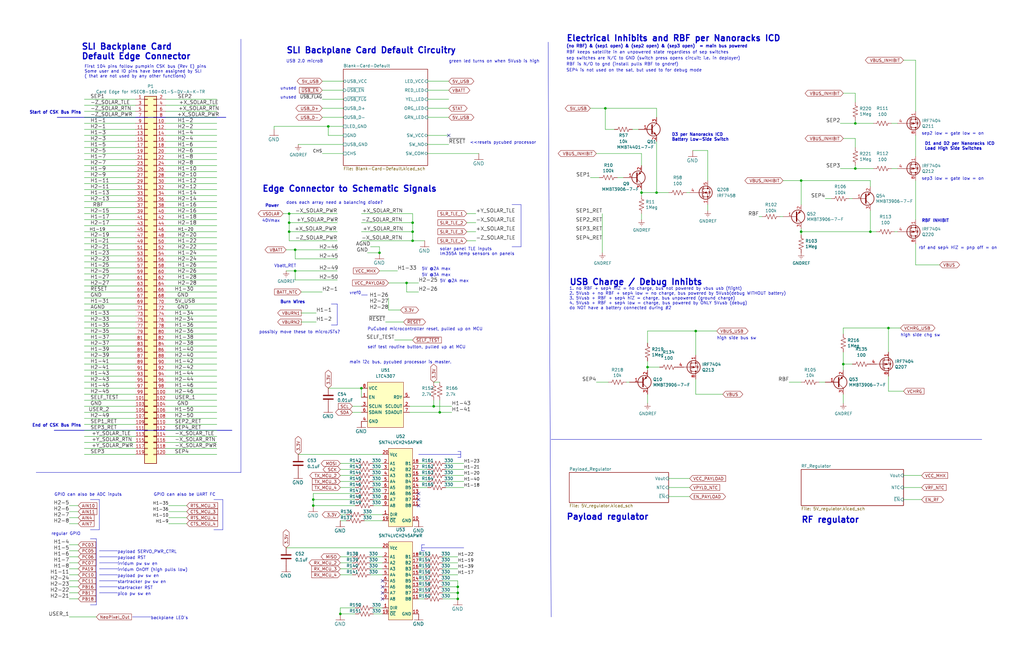
<source format=kicad_sch>
(kicad_sch (version 20230121) (generator eeschema)
  (paper "B")
  (title_block (title "Blank Card for SLI Backplane") (date "2021-11-05") (rev "A") (company "Sierra Lobo INC"))
  (junction (at 173.99 97.79))
  (junction (at 121.92 90.17))
  (junction (at 173.99 93.98))
  (junction (at 138.43 53.34))
  (junction (at 193.04 247.65))
  (junction (at 182.88 171.45))
  (junction (at 121.92 93.98))
  (junction (at 270.51 81.28))
  (junction (at 337.82 76.2))
  (junction (at 374.65 138.43))
  (junction (at 160.02 106.68))
  (junction (at 273.05 154.94))
  (junction (at 293.37 139.7))
  (junction (at 276.86 81.28))
  (junction (at 171.45 119.38))
  (junction (at 193.04 250.19))
  (junction (at 124.46 114.3))
  (junction (at 121.92 97.79))
  (junction (at 367.03 97.79))
  (junction (at 255.27 45.72))
  (junction (at 185.42 173.99))
  (junction (at 143.51 259.08))
  (junction (at 360.68 52.07))
  (junction (at 152.4 163.83))
  (junction (at 132.08 213.36))
  (junction (at 124.46 105.41))
  (junction (at 337.82 97.79))
  (junction (at 355.6 153.67))
  (junction (at 193.04 252.73))
  (junction (at 173.99 101.6))
  (junction (at 360.68 71.12))
  (junction (at 132.08 210.82))
  (no_connect (at 161.29 247.65))
  (no_connect (at 161.29 250.19))
  (no_connect (at 161.29 252.73))
  (no_connect (at 161.29 245.11))
  (no_connect (at 176.53 208.28))
  (no_connect (at 176.53 213.36))
  (no_connect (at 176.53 210.82))
  (no_connect (at 189.23 57.15))
  (wire (pts (xy 157.48 195.58) (xy 161.29 195.58)))
  (wire (pts (xy 91.44 125.73) (xy 69.85 125.73)))
  (wire (pts (xy 91.44 49.53) (xy 69.85 49.53)))
  (polyline (pts (xy 38.1 227.33) (xy 40.64 227.33)))
  (wire (pts (xy 273.05 152.4) (xy 273.05 154.94)))
  (wire (pts (xy 29.21 252.73) (xy 33.02 252.73)))
  (polyline (pts (xy 215.9 104.14) (xy 219.71 104.14)))
  (wire (pts (xy 276.86 45.72) (xy 276.86 49.53)))
  (polyline (pts (xy 101.6 16.51) (xy 101.6 199.39)))
  (wire (pts (xy 91.44 59.69) (xy 69.85 59.69)))
  (polyline (pts (xy 90.17 210.82) (xy 93.98 210.82)))
  (wire (pts (xy 57.15 118.11) (xy 35.56 118.11)))
  (wire (pts (xy 189.23 45.72) (xy 180.34 45.72)))
  (wire (pts (xy 91.44 181.61) (xy 69.85 181.61)))
  (wire (pts (xy 143.51 217.17) (xy 146.05 217.17)))
  (wire (pts (xy 57.15 125.73) (xy 35.56 125.73)))
  (wire (pts (xy 91.44 158.75) (xy 69.85 158.75)))
  (wire (pts (xy 57.15 120.65) (xy 35.56 120.65)))
  (wire (pts (xy 186.69 245.11) (xy 193.04 245.11)))
  (polyline (pts (xy 177.8 232.41) (xy 179.07 232.41)))
  (wire (pts (xy 180.34 64.77) (xy 201.93 64.77)))
  (wire (pts (xy 127 135.89) (xy 133.35 135.89)))
  (wire (pts (xy 255.27 54.61) (xy 259.08 54.61)))
  (wire (pts (xy 162.56 135.89) (xy 170.18 135.89)))
  (wire (pts (xy 355.6 153.67) (xy 355.6 156.21)))
  (polyline (pts (xy 152.4 124.46) (xy 154.94 124.46)))
  (wire (pts (xy 270.51 90.17) (xy 270.51 92.71)))
  (wire (pts (xy 360.68 39.37) (xy 360.68 43.18)))
  (wire (pts (xy 135.89 45.72) (xy 144.78 45.72)))
  (wire (pts (xy 29.21 247.65) (xy 33.02 247.65)))
  (wire (pts (xy 161.29 240.03) (xy 156.21 240.03)))
  (wire (pts (xy 57.15 171.45) (xy 35.56 171.45)))
  (wire (pts (xy 186.69 252.73) (xy 193.04 252.73)))
  (wire (pts (xy 273.05 166.37) (xy 273.05 170.18)))
  (wire (pts (xy 189.23 34.29) (xy 180.34 34.29)))
  (wire (pts (xy 57.15 67.31) (xy 35.56 67.31)))
  (wire (pts (xy 328.93 91.44) (xy 330.2 91.44)))
  (wire (pts (xy 57.15 140.97) (xy 35.56 140.97)))
  (wire (pts (xy 91.44 156.21) (xy 69.85 156.21)))
  (wire (pts (xy 157.48 256.54) (xy 161.29 256.54)))
  (wire (pts (xy 367.03 97.79) (xy 369.57 97.79)))
  (polyline (pts (xy 49.53 240.03) (xy 49.53 240.03)))
  (wire (pts (xy 124.46 118.11) (xy 124.46 114.3)))
  (wire (pts (xy 29.21 237.49) (xy 33.02 237.49)))
  (wire (pts (xy 91.44 85.09) (xy 69.85 85.09)))
  (polyline (pts (xy 40.64 255.27) (xy 38.1 255.27)))
  (wire (pts (xy 57.15 41.91) (xy 35.56 41.91)))
  (polyline (pts (xy 41.91 237.49) (xy 49.53 237.49)))
  (wire (pts (xy 91.44 67.31) (xy 69.85 67.31)))
  (wire (pts (xy 173.99 93.98) (xy 152.4 93.98)))
  (wire (pts (xy 121.92 97.79) (xy 121.92 101.6)))
  (wire (pts (xy 148.59 240.03) (xy 143.51 240.03)))
  (wire (pts (xy 179.07 250.19) (xy 176.53 250.19)))
  (wire (pts (xy 355.6 58.42) (xy 360.68 58.42)))
  (wire (pts (xy 386.08 102.87) (xy 386.08 111.76)))
  (polyline (pts (xy 215.9 86.36) (xy 219.71 86.36)))
  (wire (pts (xy 91.44 128.27) (xy 69.85 128.27)))
  (polyline (pts (xy 49.53 237.49) (xy 49.53 237.49)))
  (wire (pts (xy 57.15 62.23) (xy 35.56 62.23)))
  (wire (pts (xy 57.15 151.13) (xy 35.56 151.13)))
  (wire (pts (xy 156.21 104.14) (xy 160.02 104.14)))
  (wire (pts (xy 180.34 200.66) (xy 176.53 200.66)))
  (wire (pts (xy 320.04 91.44) (xy 321.31 91.44)))
  (polyline (pts (xy 177.8 231.14) (xy 177.8 229.87)))
  (wire (pts (xy 173.99 90.17) (xy 173.99 93.98)))
  (polyline (pts (xy 101.6 199.39) (xy 15.24 199.39)))
  (polyline (pts (xy 41.91 234.95) (xy 49.53 234.95)))
  (wire (pts (xy 91.44 191.77) (xy 69.85 191.77)))
  (wire (pts (xy 360.68 71.12) (xy 354.33 71.12)))
  (wire (pts (xy 91.44 62.23) (xy 69.85 62.23)))
  (wire (pts (xy 337.82 76.2) (xy 337.82 86.36)))
  (wire (pts (xy 57.15 130.81) (xy 35.56 130.81)))
  (polyline (pts (xy 41.91 242.57) (xy 49.53 242.57)))
  (wire (pts (xy 189.23 49.53) (xy 180.34 49.53)))
  (wire (pts (xy 57.15 59.69) (xy 35.56 59.69)))
  (wire (pts (xy 270.51 64.77) (xy 270.51 69.85)))
  (wire (pts (xy 358.14 83.82) (xy 359.41 83.82)))
  (wire (pts (xy 273.05 156.21) (xy 273.05 154.94)))
  (wire (pts (xy 337.82 96.52) (xy 337.82 97.79)))
  (wire (pts (xy 143.51 219.71) (xy 146.05 219.71)))
  (wire (pts (xy 91.44 184.15) (xy 69.85 184.15)))
  (wire (pts (xy 176.53 119.38) (xy 171.45 119.38)))
  (wire (pts (xy 143.51 198.12) (xy 149.86 198.12)))
  (wire (pts (xy 355.6 138.43) (xy 355.6 140.97)))
  (polyline (pts (xy 41.91 210.82) (xy 41.91 223.52)))
  (wire (pts (xy 157.48 198.12) (xy 161.29 198.12)))
  (wire (pts (xy 125.73 191.77) (xy 161.29 191.77)))
  (wire (pts (xy 135.89 38.1) (xy 144.78 38.1)))
  (wire (pts (xy 276.86 81.28) (xy 281.94 81.28)))
  (wire (pts (xy 355.6 166.37) (xy 355.6 170.18)))
  (polyline (pts (xy 41.91 245.11) (xy 49.53 245.11)))
  (wire (pts (xy 57.15 153.67) (xy 35.56 153.67)))
  (wire (pts (xy 196.85 101.6) (xy 200.66 101.6)))
  (wire (pts (xy 182.88 168.91) (xy 182.88 171.45)))
  (wire (pts (xy 121.92 90.17) (xy 121.92 93.98)))
  (wire (pts (xy 119.38 90.17) (xy 121.92 90.17)))
  (wire (pts (xy 270.51 81.28) (xy 270.51 82.55)))
  (wire (pts (xy 138.43 163.83) (xy 152.4 163.83)))
  (wire (pts (xy 143.51 195.58) (xy 149.86 195.58)))
  (wire (pts (xy 125.73 60.96) (xy 144.78 60.96)))
  (wire (pts (xy 91.44 54.61) (xy 69.85 54.61)))
  (wire (pts (xy 167.64 114.3) (xy 160.02 114.3)))
  (wire (pts (xy 91.44 82.55) (xy 69.85 82.55)))
  (wire (pts (xy 57.15 181.61) (xy 35.56 181.61)))
  (wire (pts (xy 57.15 148.59) (xy 35.56 148.59)))
  (wire (pts (xy 185.42 168.91) (xy 185.42 173.99)))
  (wire (pts (xy 57.15 156.21) (xy 35.56 156.21)))
  (wire (pts (xy 29.21 220.98) (xy 33.02 220.98)))
  (wire (pts (xy 135.89 64.77) (xy 144.78 64.77)))
  (wire (pts (xy 91.44 173.99) (xy 69.85 173.99)))
  (wire (pts (xy 148.59 171.45) (xy 152.4 171.45)))
  (wire (pts (xy 143.51 256.54) (xy 143.51 259.08)))
  (wire (pts (xy 355.6 148.59) (xy 355.6 153.67)))
  (wire (pts (xy 138.43 57.15) (xy 138.43 53.34)))
  (wire (pts (xy 185.42 173.99) (xy 190.5 173.99)))
  (wire (pts (xy 179.07 240.03) (xy 176.53 240.03)))
  (wire (pts (xy 182.88 171.45) (xy 190.5 171.45)))
  (wire (pts (xy 172.72 173.99) (xy 185.42 173.99)))
  (wire (pts (xy 91.44 186.69) (xy 69.85 186.69)))
  (wire (pts (xy 57.15 69.85) (xy 35.56 69.85)))
  (wire (pts (xy 193.04 245.11) (xy 193.04 247.65)))
  (wire (pts (xy 189.23 60.96) (xy 180.34 60.96)))
  (wire (pts (xy 355.6 39.37) (xy 360.68 39.37)))
  (wire (pts (xy 57.15 95.25) (xy 35.56 95.25)))
  (wire (pts (xy 330.2 76.2) (xy 337.82 76.2)))
  (wire (pts (xy 273.05 139.7) (xy 273.05 144.78)))
  (polyline (pts (xy 142.24 128.27) (xy 139.7 128.27)))
  (wire (pts (xy 57.15 52.07) (xy 35.56 52.07)))
  (wire (pts (xy 157.48 210.82) (xy 161.29 210.82)))
  (wire (pts (xy 91.44 168.91) (xy 69.85 168.91)))
  (wire (pts (xy 91.44 151.13) (xy 69.85 151.13)))
  (wire (pts (xy 289.56 81.28) (xy 290.83 81.28)))
  (wire (pts (xy 153.67 217.17) (xy 161.29 217.17)))
  (wire (pts (xy 57.15 44.45) (xy 35.56 44.45)))
  (polyline (pts (xy 40.64 227.33) (xy 40.64 255.27)))
  (wire (pts (xy 252.73 74.93) (xy 248.92 74.93)))
  (wire (pts (xy 381 25.4) (xy 386.08 25.4)))
  (wire (pts (xy 186.69 234.95) (xy 193.04 234.95)))
  (wire (pts (xy 367.03 88.9) (xy 367.03 97.79)))
  (wire (pts (xy 57.15 46.99) (xy 35.56 46.99)))
  (wire (pts (xy 57.15 158.75) (xy 35.56 158.75)))
  (wire (pts (xy 193.04 240.03) (xy 186.69 240.03)))
  (wire (pts (xy 176.53 247.65) (xy 179.07 247.65)))
  (wire (pts (xy 57.15 113.03) (xy 35.56 113.03)))
  (wire (pts (xy 121.92 101.6) (xy 142.24 101.6)))
  (wire (pts (xy 33.02 218.44) (xy 29.21 218.44)))
  (wire (pts (xy 152.4 163.83) (xy 152.4 167.64)))
  (wire (pts (xy 171.45 123.19) (xy 176.53 123.19)))
  (wire (pts (xy 161.29 200.66) (xy 157.48 200.66)))
  (wire (pts (xy 135.89 123.19) (xy 127 123.19)))
  (wire (pts (xy 91.44 87.63) (xy 69.85 87.63)))
  (wire (pts (xy 374.65 138.43) (xy 374.65 148.59)))
  (polyline (pts (xy 194.31 191.77) (xy 176.53 191.77)))
  (wire (pts (xy 29.21 242.57) (xy 33.02 242.57)))
  (wire (pts (xy 293.37 160.02) (xy 293.37 166.37)))
  (polyline (pts (xy 93.98 210.82) (xy 93.98 223.52)))
  (wire (pts (xy 270.51 80.01) (xy 270.51 81.28)))
  (wire (pts (xy 193.04 250.19) (xy 193.04 252.73)))
  (wire (pts (xy 57.15 54.61) (xy 35.56 54.61)))
  (polyline (pts (xy 41.91 240.03) (xy 49.53 240.03)))
  (wire (pts (xy 266.7 54.61) (xy 269.24 54.61)))
  (wire (pts (xy 298.45 63.5) (xy 292.1 63.5)))
  (wire (pts (xy 91.44 72.39) (xy 69.85 72.39)))
  (wire (pts (xy 381 205.74) (xy 388.62 205.74)))
  (wire (pts (xy 302.26 139.7) (xy 293.37 139.7)))
  (wire (pts (xy 153.67 219.71) (xy 161.29 219.71)))
  (wire (pts (xy 148.59 173.99) (xy 152.4 173.99)))
  (wire (pts (xy 135.89 41.91) (xy 144.78 41.91)))
  (wire (pts (xy 91.44 153.67) (xy 69.85 153.67)))
  (wire (pts (xy 248.92 45.72) (xy 255.27 45.72)))
  (wire (pts (xy 293.37 166.37) (xy 304.8 166.37)))
  (wire (pts (xy 193.04 242.57) (xy 186.69 242.57)))
  (wire (pts (xy 179.07 252.73) (xy 176.53 252.73)))
  (wire (pts (xy 171.45 119.38) (xy 171.45 123.19)))
  (polyline (pts (xy 142.24 137.16) (xy 142.24 128.27)))
  (wire (pts (xy 57.15 107.95) (xy 35.56 107.95)))
  (wire (pts (xy 57.15 168.91) (xy 35.56 168.91)))
  (wire (pts (xy 57.15 166.37) (xy 35.56 166.37)))
  (wire (pts (xy 124.46 114.3) (xy 142.24 114.3)))
  (wire (pts (xy 124.46 109.22) (xy 142.24 109.22)))
  (wire (pts (xy 386.08 76.2) (xy 386.08 92.71)))
  (wire (pts (xy 360.68 50.8) (xy 360.68 52.07)))
  (wire (pts (xy 377.19 97.79) (xy 378.46 97.79)))
  (wire (pts (xy 189.23 57.15) (xy 180.34 57.15)))
  (wire (pts (xy 360.68 58.42) (xy 360.68 62.23)))
  (wire (pts (xy 337.82 97.79) (xy 337.82 99.06)))
  (polyline (pts (xy 24.13 49.53) (xy 95.25 49.53)) (stroke (width 0.254)))
  (wire (pts (xy 71.12 213.36) (xy 78.74 213.36)))
  (wire (pts (xy 156.21 237.49) (xy 161.29 237.49)))
  (wire (pts (xy 270.51 81.28) (xy 276.86 81.28)))
  (wire (pts (xy 196.85 97.79) (xy 200.66 97.79)))
  (wire (pts (xy 161.29 203.2) (xy 157.48 203.2)))
  (wire (pts (xy 33.02 250.19) (xy 29.21 250.19)))
  (wire (pts (xy 176.53 195.58) (xy 180.34 195.58)))
  (wire (pts (xy 135.89 34.29) (xy 144.78 34.29)))
  (wire (pts (xy 154.94 106.68) (xy 160.02 106.68)))
  (wire (pts (xy 176.53 245.11) (xy 179.07 245.11)))
  (wire (pts (xy 91.44 123.19) (xy 69.85 123.19)))
  (wire (pts (xy 57.15 105.41) (xy 35.56 105.41)))
  (wire (pts (xy 91.44 148.59) (xy 69.85 148.59)))
  (wire (pts (xy 179.07 101.6) (xy 173.99 101.6)))
  (wire (pts (xy 386.08 111.76) (xy 396.24 111.76)))
  (wire (pts (xy 57.15 74.93) (xy 35.56 74.93)))
  (wire (pts (xy 57.15 135.89) (xy 35.56 135.89)))
  (wire (pts (xy 71.12 215.9) (xy 78.74 215.9)))
  (wire (pts (xy 91.44 80.01) (xy 69.85 80.01)))
  (wire (pts (xy 91.44 107.95) (xy 69.85 107.95)))
  (wire (pts (xy 157.48 208.28) (xy 161.29 208.28)))
  (wire (pts (xy 57.15 90.17) (xy 35.56 90.17)))
  (wire (pts (xy 57.15 191.77) (xy 35.56 191.77)))
  (wire (pts (xy 359.41 153.67) (xy 355.6 153.67)))
  (polyline (pts (xy 219.71 86.36) (xy 219.71 104.14)))
  (wire (pts (xy 71.12 218.44) (xy 78.74 218.44)))
  (wire (pts (xy 157.48 213.36) (xy 161.29 213.36)))
  (wire (pts (xy 57.15 173.99) (xy 35.56 173.99)))
  (wire (pts (xy 375.92 71.12) (xy 378.46 71.12)))
  (polyline (pts (xy 22.86 181.61) (xy 97.79 181.61)) (stroke (width 0.254)))
  (wire (pts (xy 255.27 54.61) (xy 255.27 45.72)))
  (wire (pts (xy 57.15 49.53) (xy 35.56 49.53)))
  (wire (pts (xy 173.99 97.79) (xy 152.4 97.79)))
  (wire (pts (xy 91.44 44.45) (xy 69.85 44.45)))
  (wire (pts (xy 57.15 138.43) (xy 35.56 138.43)))
  (wire (pts (xy 367.03 76.2) (xy 367.03 78.74)))
  (wire (pts (xy 57.15 146.05) (xy 35.56 146.05)))
  (wire (pts (xy 180.34 203.2) (xy 176.53 203.2)))
  (wire (pts (xy 91.44 90.17) (xy 69.85 90.17)))
  (wire (pts (xy 149.86 208.28) (xy 132.08 208.28)))
  (wire (pts (xy 57.15 92.71) (xy 35.56 92.71)))
  (wire (pts (xy 91.44 41.91) (xy 69.85 41.91)))
  (wire (pts (xy 251.46 64.77) (xy 270.51 64.77)))
  (wire (pts (xy 91.44 143.51) (xy 69.85 143.51)))
  (polyline (pts (xy 41.91 247.65) (xy 49.53 247.65)))
  (wire (pts (xy 57.15 110.49) (xy 35.56 110.49)))
  (wire (pts (xy 91.44 146.05) (xy 69.85 146.05)))
  (wire (pts (xy 57.15 115.57) (xy 35.56 115.57)))
  (wire (pts (xy 156.21 234.95) (xy 161.29 234.95)))
  (wire (pts (xy 173.99 93.98) (xy 173.99 97.79)))
  (wire (pts (xy 57.15 128.27) (xy 35.56 128.27)))
  (wire (pts (xy 149.86 200.66) (xy 143.51 200.66)))
  (wire (pts (xy 290.83 201.93) (xy 281.94 201.93)))
  (wire (pts (xy 91.44 69.85) (xy 69.85 69.85)))
  (wire (pts (xy 91.44 179.07) (xy 69.85 179.07)))
  (wire (pts (xy 144.78 57.15) (xy 138.43 57.15)))
  (wire (pts (xy 91.44 110.49) (xy 69.85 110.49)))
  (polyline (pts (xy 1041.4 464.82) (xy 1041.4 452.12)))
  (wire (pts (xy 179.07 242.57) (xy 176.53 242.57)))
  (wire (pts (xy 57.15 133.35) (xy 35.56 133.35)))
  (wire (pts (xy 57.15 85.09) (xy 35.56 85.09)))
  (wire (pts (xy 186.69 237.49) (xy 193.04 237.49)))
  (wire (pts (xy 57.15 80.01) (xy 35.56 80.01)))
  (wire (pts (xy 332.74 161.29) (xy 337.82 161.29)))
  (wire (pts (xy 251.46 161.29) (xy 256.54 161.29)))
  (wire (pts (xy 29.21 232.41) (xy 33.02 232.41)))
  (polyline (pts (xy 177.8 231.14) (xy 195.58 231.14)))
  (wire (pts (xy 189.23 38.1) (xy 180.34 38.1)))
  (wire (pts (xy 163.83 130.81) (xy 168.91 130.81)))
  (wire (pts (xy 132.08 213.36) (xy 149.86 213.36)))
  (wire (pts (xy 143.51 237.49) (xy 148.59 237.49)))
  (wire (pts (xy 161.29 205.74) (xy 157.48 205.74)))
  (polyline (pts (xy 194.31 193.04) (xy 193.04 193.04)))
  (wire (pts (xy 132.08 210.82) (xy 132.08 213.36)))
  (wire (pts (xy 355.6 138.43) (xy 374.65 138.43)))
  (wire (pts (xy 115.57 53.34) (xy 138.43 53.34)))
  (wire (pts (xy 298.45 63.5) (xy 298.45 76.2)))
  (wire (pts (xy 388.62 200.66) (xy 381 200.66)))
  (wire (pts (xy 172.72 171.45) (xy 182.88 171.45)))
  (wire (pts (xy 120.65 231.14) (xy 161.29 231.14)))
  (wire (pts (xy 91.44 166.37) (xy 69.85 166.37)))
  (polyline (pts (xy 231.14 17.78) (xy 232.41 260.35)))
  (polyline (pts (xy 139.7 137.16) (xy 142.24 137.16)))
  (wire (pts (xy 57.15 123.19) (xy 35.56 123.19)))
  (wire (pts (xy 187.96 195.58) (xy 195.58 195.58)))
  (wire (pts (xy 176.53 234.95) (xy 179.07 234.95)))
  (wire (pts (xy 182.88 161.29) (xy 185.42 161.29)))
  (wire (pts (xy 375.92 52.07) (xy 378.46 52.07)))
  (wire (pts (xy 254 90.17) (xy 254 106.68)))
  (wire (pts (xy 143.51 234.95) (xy 148.59 234.95)))
  (wire (pts (xy 91.44 57.15) (xy 69.85 57.15)))
  (wire (pts (xy 186.69 247.65) (xy 193.04 247.65)))
  (wire (pts (xy 29.21 260.35) (xy 40.64 260.35)))
  (wire (pts (xy 120.65 105.41) (xy 124.46 105.41)))
  (polyline (pts (xy 55.88 260.35) (xy 63.5 260.35)))
  (wire (pts (xy 273.05 139.7) (xy 293.37 139.7)))
  (wire (pts (xy 29.21 215.9) (xy 33.02 215.9)))
  (wire (pts (xy 115.57 53.34) (xy 115.57 54.61)))
  (wire (pts (xy 347.98 83.82) (xy 350.52 83.82)))
  (wire (pts (xy 143.51 259.08) (xy 149.86 259.08)))
  (wire (pts (xy 193.04 247.65) (xy 193.04 250.19)))
  (wire (pts (xy 91.44 163.83) (xy 69.85 163.83)))
  (polyline (pts (xy 194.31 191.77) (xy 194.31 190.5)))
  (wire (pts (xy 57.15 97.79) (xy 35.56 97.79)))
  (wire (pts (xy 379.73 138.43) (xy 374.65 138.43)))
  (wire (pts (xy 157.48 259.08) (xy 161.29 259.08)))
  (polyline (pts (xy 194.31 191.77) (xy 194.31 193.04)))
  (wire (pts (xy 91.44 100.33) (xy 69.85 100.33)))
  (wire (pts (xy 121.92 93.98) (xy 121.92 97.79)))
  (wire (pts (xy 187.96 198.12) (xy 195.58 198.12)))
  (wire (pts (xy 57.15 87.63) (xy 35.56 87.63)))
  (wire (pts (xy 360.68 71.12) (xy 368.3 71.12)))
  (wire (pts (xy 91.44 92.71) (xy 69.85 92.71)))
  (wire (pts (xy 255.27 45.72) (xy 276.86 45.72)))
  (wire (pts (xy 281.94 205.74) (xy 290.83 205.74)))
  (polyline (pts (xy 93.98 223.52) (xy 90.17 223.52)))
  (wire (pts (xy 91.44 130.81) (xy 69.85 130.81)))
  (wire (pts (xy 163.83 130.81) (xy 163.83 125.73)))
  (wire (pts (xy 142.24 93.98) (xy 121.92 93.98)))
  (wire (pts (xy 133.35 132.08) (xy 127 132.08)))
  (wire (pts (xy 374.65 165.1) (xy 381 165.1)))
  (wire (pts (xy 293.37 139.7) (xy 293.37 149.86)))
  (wire (pts (xy 180.34 41.91) (xy 189.23 41.91)))
  (wire (pts (xy 91.44 115.57) (xy 69.85 115.57)))
  (wire (pts (xy 166.37 143.51) (xy 173.99 143.51)))
  (wire (pts (xy 260.35 74.93) (xy 262.89 74.93)))
  (wire (pts (xy 33.02 240.03) (xy 29.21 240.03)))
  (wire (pts (xy 142.24 105.41) (xy 124.46 105.41)))
  (wire (pts (xy 196.85 90.17) (xy 200.66 90.17)))
  (wire (pts (xy 91.44 77.47) (xy 69.85 77.47)))
  (wire (pts (xy 144.78 53.34) (xy 138.43 53.34)))
  (polyline (pts (xy 177.8 229.87) (xy 179.07 229.87)))
  (wire (pts (xy 148.59 242.57) (xy 143.51 242.57)))
  (wire (pts (xy 149.86 256.54) (xy 143.51 256.54)))
  (wire (pts (xy 91.44 176.53) (xy 69.85 176.53)))
  (wire (pts (xy 135.89 49.53) (xy 144.78 49.53)))
  (wire (pts (xy 91.44 118.11) (xy 69.85 118.11)))
  (wire (pts (xy 264.16 161.29) (xy 265.43 161.29)))
  (wire (pts (xy 57.15 176.53) (xy 35.56 176.53)))
  (wire (pts (xy 337.82 97.79) (xy 367.03 97.79)))
  (wire (pts (xy 195.58 203.2) (xy 187.96 203.2)))
  (wire (pts (xy 176.53 237.49) (xy 179.07 237.49)))
  (wire (pts (xy 186.69 250.19) (xy 193.04 250.19)))
  (wire (pts (xy 381 210.82) (xy 388.62 210.82)))
  (wire (pts (xy 57.15 72.39) (xy 35.56 72.39)))
  (wire (pts (xy 91.44 105.41) (xy 69.85 105.41)))
  (wire (pts (xy 91.44 189.23) (xy 69.85 189.23)))
  (wire (pts (xy 29.21 229.87) (xy 33.02 229.87)))
  (wire (pts (xy 57.15 189.23) (xy 35.56 189.23)))
  (wire (pts (xy 91.44 95.25) (xy 69.85 95.25)))
  (wire (pts (xy 91.44 74.93) (xy 69.85 74.93)))
  (wire (pts (xy 57.15 102.87) (xy 35.56 102.87)))
  (wire (pts (xy 91.44 140.97) (xy 69.85 140.97)))
  (wire (pts (xy 124.46 105.41) (xy 124.46 109.22)))
  (wire (pts (xy 196.85 93.98) (xy 200.66 93.98)))
  (wire (pts (xy 57.15 163.83) (xy 35.56 163.83)))
  (wire (pts (xy 57.15 184.15) (xy 35.56 184.15)))
  (polyline (pts (xy 41.91 232.41) (xy 49.53 232.41)))
  (polyline (pts (xy 38.1 210.82) (xy 41.91 210.82)))
  (wire (pts (xy 374.65 158.75) (xy 374.65 165.1)))
  (polyline (pts (xy 194.31 190.5) (xy 193.04 190.5)))
  (wire (pts (xy 360.68 52.07) (xy 368.3 52.07)))
  (wire (pts (xy 57.15 100.33) (xy 35.56 100.33)))
  (wire (pts (xy 91.44 171.45) (xy 69.85 171.45)))
  (wire (pts (xy 281.94 209.55) (xy 290.83 209.55)))
  (wire (pts (xy 386.08 25.4) (xy 386.08 46.99)))
  (wire (pts (xy 121.92 90.17) (xy 142.24 90.17)))
  (wire (pts (xy 195.58 205.74) (xy 187.96 205.74)))
  (wire (pts (xy 91.44 120.65) (xy 69.85 120.65)))
  (wire (pts (xy 57.15 186.69) (xy 35.56 186.69)))
  (wire (pts (xy 91.44 102.87) (xy 69.85 102.87)))
  (wire (pts (xy 276.86 59.69) (xy 276.86 81.28)))
  (wire (pts (xy 57.15 143.51) (xy 35.56 143.51)))
  (wire (pts (xy 57.15 57.15) (xy 35.56 57.15)))
  (wire (pts (xy 142.24 97.79) (xy 121.92 97.79)))
  (wire (pts (xy 91.44 135.89) (xy 69.85 135.89)))
  (wire (pts (xy 160.02 104.14) (xy 160.02 106.68)))
  (wire (pts (xy 386.08 66.04) (xy 386.08 57.15)))
  (wire (pts (xy 173.99 90.17) (xy 152.4 90.17)))
  (wire (pts (xy 173.99 101.6) (xy 152.4 101.6)))
  (polyline (pts (xy 41.91 250.19) (xy 49.53 250.19)))
  (wire (pts (xy 91.44 113.03) (xy 69.85 113.03)))
  (wire (pts (xy 132.08 208.28) (xy 132.08 210.82)))
  (wire (pts (xy 57.15 64.77) (xy 35.56 64.77)))
  (wire (pts (xy 91.44 64.77) (xy 69.85 64.77)))
  (polyline (pts (xy 41.91 223.52) (xy 38.1 223.52)))
  (wire (pts (xy 345.44 161.29) (xy 347.98 161.29)))
  (wire (pts (xy 91.44 46.99) (xy 69.85 46.99)))
  (wire (pts (xy 91.44 161.29) (xy 69.85 161.29)))
  (wire (pts (xy 91.44 97.79) (xy 69.85 97.79)))
  (wire (pts (xy 124.46 118.11) (xy 142.24 118.11)))
  (wire (pts (xy 33.02 245.11) (xy 29.21 245.11)))
  (wire (pts (xy 337.82 76.2) (xy 367.03 76.2)))
  (wire (pts (xy 360.68 69.85) (xy 360.68 71.12)))
  (wire (pts (xy 132.08 210.82) (xy 149.86 210.82)))
  (wire (pts (xy 33.02 213.36) (xy 29.21 213.36)))
  (polyline (pts (xy 232.41 185.42) (xy 414.02 185.42)))
  (wire (pts (xy 149.86 203.2) (xy 143.51 203.2)))
  (wire (pts (xy 149.86 205.74) (xy 143.51 205.74)))
  (wire (pts (xy 57.15 179.07) (xy 35.56 179.07)))
  (wire (pts (xy 161.29 242.57) (xy 156.21 242.57)))
  (wire (pts (xy 173.99 97.79) (xy 173.99 101.6)))
  (polyline (pts (xy 177.8 231.14) (xy 177.8 232.41)))
  (wire (pts (xy 57.15 161.29) (xy 35.56 161.29)))
  (wire (pts (xy 120.65 114.3) (xy 124.46 114.3)))
  (wire (pts (xy 354.33 52.07) (xy 360.68 52.07)))
  (wire (pts (xy 91.44 133.35) (xy 69.85 133.35)))
  (wire (pts (xy 91.44 138.43) (xy 69.85 138.43)))
  (wire (pts (xy 33.02 234.95) (xy 29.21 234.95)))
  (wire (pts (xy 57.15 82.55) (xy 35.56 82.55)))
  (wire (pts (xy 163.83 119.38) (xy 171.45 119.38)))
  (wire (pts (xy 176.53 198.12) (xy 180.34 198.12)))
  (wire (pts (xy 278.13 154.94) (xy 273.05 154.94)))
  (wire (pts (xy 180.34 205.74) (xy 176.53 205.74)))
  (wire (pts (xy 71.12 220.98) (xy 78.74 220.98)))
  (wire (pts (xy 195.58 200.66) (xy 187.96 200.66)))
  (wire (pts (xy 298.45 86.36) (xy 298.45 88.9)))
  (wire (pts (xy 35.56 77.47) (xy 57.15 77.47)))
  (wire (pts (xy 91.44 52.07) (xy 69.85 52.07)))
  (text "rbf and sep4 HiZ = pnp off = on" (at 387.35 105.41 0) (effects (font (size 1.27 1.27)) (justify left bottom)))
  (text "SEP4 is not used on the sat, but used to for debug mode" (at 238.76 30.48 0) (effects (font (size 1.27 1.27)) (justify left bottom)))
  (text "pico pw sw en" (at 49.53 251.46 0) (effects (font (size 1.27 1.27)) (justify left bottom)))
  (text "possibly move these to microJSTs?" (at 109.22 140.97 0) (effects (font (size 1.27 1.27)) (justify left bottom)))
  (text "high side chg sw" (at 379.73 142.24 0) (effects (font (size 1.27 1.27)) (justify left bottom)))
  (text "Power" (at 111.76 87.63 0) (effects (font (size 1.27 1.27) (thickness 0.254) bold) (justify left bottom)))
  (text "RBF is N/O to gnd (install pulls RBF to gndref)" (at 238.76 27.94 0) (effects (font (size 1.27 1.27)) (justify left bottom)))
  (text "RBF INHIBIT" (at 388.62 93.98 0) (effects (font (size 1.27 1.27) (thickness 0.254) bold) (justify left bottom)))
  (text "irridum OnOff (high pulls low)" (at 49.53 241.3 0) (effects (font (size 1.27 1.27)) (justify left bottom)))
  (text "GPIO can also be UART FC" (at 64.77 209.55 0) (effects (font (size 1.27 1.27)) (justify left bottom)))
  (text "SLI Backplane Card \nDefault Edge Connector" (at 34.29 25.4 0) (effects (font (size 2.54 2.54) (thickness 0.508) bold) (justify left bottom)))
  (text "solar panel TLE inputs\nlm355A temp sensors on panels" (at 185.42 107.95 0) (effects (font (size 1.27 1.27)) (justify left bottom)))
  (text "sep2 low = gate low = on" (at 388.62 57.15 0) (effects (font (size 1.27 1.27)) (justify left bottom)))
  (text "Start of CSK Bus Pins" (at 34.29 48.26 0) (effects (font (size 1.27 1.27) (thickness 0.254) bold) (justify right bottom)))
  (text "PuCubed microcontroller reset, pulled up on MCU" (at 154.94 139.7 0) (effects (font (size 1.27 1.27)) (justify left bottom)))
  (text "5V @2A max" (at 185.42 119.38 0) (effects (font (size 1.27 1.27)) (justify left bottom)))
  (text "USB 2.0 microB" (at 120.65 26.67 0) (effects (font (size 1.27 1.27)) (justify left bottom)))
  (text "regular GPIO" (at 21.59 226.06 0) (effects (font (size 1.27 1.27)) (justify left bottom)))
  (text "40Vmax" (at 110.49 93.98 0) (effects (font (size 1.27 1.27)) (justify left bottom)))
  (text "startracker pw sw en" (at 49.53 246.38 0) (effects (font (size 1.27 1.27)) (justify left bottom)))
  (text "backplane LED's\n" (at 63.5 261.62 0) (effects (font (size 1.27 1.27)) (justify left bottom)))
  (text "startracker RST" (at 49.53 248.92 0) (effects (font (size 1.27 1.27)) (justify left bottom)))
  (text "5V @2A max" (at 177.8 114.3 0) (effects (font (size 1.27 1.27)) (justify left bottom)))
  (text "D3 per Nanoracks ICD\nBattery Low-Side Switch" (at 283.21 59.69 0) (effects (font (size 1.27 1.27) (thickness 0.254) bold) (justify left bottom)))
  (text "D1 and D2 per Nanoracks ICD\nLoad High Side Switches" (at 389.89 63.5 0) (effects (font (size 1.27 1.27) (thickness 0.254) bold) (justify left bottom)))
  (text "unused" (at 118.11 41.91 0) (effects (font (size 1.27 1.27)) (justify left bottom)))
  (text "GPIO can also be ADC inputs" (at 22.86 209.55 0) (effects (font (size 1.27 1.27)) (justify left bottom)))
  (text "unused" (at 118.11 38.1 0) (effects (font (size 1.27 1.27)) (justify left bottom)))
  (text "5V @3A max" (at 177.8 116.84 0) (effects (font (size 1.27 1.27)) (justify left bottom)))
  (text "sep switches are N/C to GND (switch press opens circuit; i.e. in deployer)" (at 238.76 25.4 0) (effects (font (size 1.27 1.27)) (justify left bottom)))
  (text "sep3 low = gate low = on" (at 388.62 76.2 0) (effects (font (size 1.27 1.27)) (justify left bottom)))
  (text "payload RST" (at 49.53 236.22 0) (effects (font (size 1.27 1.27)) (justify left bottom)))
  (text "does each array need a balancing diode?" (at 120.65 86.36 0) (effects (font (size 1.27 1.27)) (justify left bottom)))
  (text "RF regulator" (at 337.82 220.98 0) (effects (font (size 2.54 2.54) (thickness 0.508) bold) (justify left bottom)))
  (text "USB Charge / Debug Inhibts" (at 240.03 120.65 0) (effects (font (size 2.54 2.54) (thickness 0.508) bold) (justify left bottom)))
  (text "RBF keeps satellite in an unpowered state regardless of sep switches" (at 238.76 22.86 0) (effects (font (size 1.27 1.27)) (justify left bottom)))
  (text "vref0" (at 147.32 124.46 0) (effects (font (size 1.27 1.27)) (justify left bottom)))
  (text "self test routine button, pulled up at MCU" (at 154.94 147.32 0) (effects (font (size 1.27 1.27)) (justify left bottom)))
  (text "1. no RBF + sep4 hiZ = no charge, bus not powered by vbus usb (flight)\n2. 5Vusb + no RBF + sep4 low = no charge, bus powered by 5Vusb(debug WITHOUT battery)\n3. 5Vusb + RBF + sep4 hiZ = charge, bus unpowered (ground charge)\n4. 5Vusb + RBF + sep4 low = charge, bus powered by ONLY 5Vusb (debug)\ndo NOT have a battery connected during #2\n" (at 240.03 130.81 0) (effects (font (size 1.27 1.27)) (justify left bottom)))
  (text "green led turns on when 5Vusb is high" (at 189.23 26.67 0) (effects (font (size 1.27 1.27)) (justify left bottom)))
  (text "Burn Wires" (at 118.11 128.27 0) (effects (font (size 1.27 1.27) (thickness 0.254) bold) (justify left bottom)))
  (text "Edge Connector to Schematic Signals" (at 110.49 81.28 0) (effects (font (size 2.54 2.54) (thickness 0.508) bold) (justify left bottom)))
  (text "high side bus sw" (at 302.26 143.51 0) (effects (font (size 1.27 1.27)) (justify left bottom)))
  (text "SLI Backplane Card Default Circuitry" (at 120.65 22.86 0) (effects (font (size 2.54 2.54) (thickness 0.508) bold) (justify left bottom)))
  (text "main i2c bus, pycubed processor is master. " (at 147.32 153.67 0) (effects (font (size 1.27 1.27)) (justify left bottom)))
  (text "<<resets pycubed processor" (at 198.12 60.96 0) (effects (font (size 1.27 1.27)) (justify left bottom)))
  (text "End of CSK Bus Pins" (at 34.29 180.34 0) (effects (font (size 1.27 1.27) (thickness 0.254) bold) (justify right bottom)))
  (text "Electrical Inhibits and RBF per Nanoracks ICD" (at 238.76 17.78 0) (effects (font (size 2.54 2.54) (thickness 0.508) bold) (justify left bottom)))
  (text "irridum pw sw en" (at 49.53 238.76 0) (effects (font (size 1.27 1.27)) (justify left bottom)))
  (text "Vbatt_RET" (at 115.57 113.03 0) (effects (font (size 1.27 1.27)) (justify left bottom)))
  (text "payload pw sw en" (at 49.53 243.84 0) (effects (font (size 1.27 1.27)) (justify left bottom)))
  (text "(no RBF) & (sep1 open) & (sep2 open) & (sep3 open)  = main bus powered" (at 238.76 20.32 0) (effects (font (size 1.27 1.27) (thickness 0.254) bold) (justify left bottom)))
  (text "payload SERVO_PWR_CTRL" (at 49.53 233.68 0) (effects (font (size 1.27 1.27)) (justify left bottom)))
  (text "Payload regulator" (at 238.76 219.71 0) (effects (font (size 2.54 2.54) (thickness 0.508) bold) (justify left bottom)))
  (text "First 104 pins follow pumpkin CSK bus (Rev E) pins\nSome user and IO pins have been assigned by SLI \n( that are not used by any other functions)" (at 35.56 33.02 0) (effects (font (size 1.27 1.27)) (justify left bottom)))
  (label "H1-21" (at 195.58 198.12 0))
  (label "H1-4" (at 29.21 229.87 180) (effects (font (size 1.524 1.524))))
  (label "H1-28" (at 74.93 118.11 0) (effects (font (size 1.524 1.524))))
  (label "~{RESET}" (at 162.56 135.89 180) (effects (font (size 1.524 1.524))))
  (label "H2-16" (at 74.93 90.17 0) (effects (font (size 1.524 1.524))))
  (label "SEP3_RET" (at 254 97.79 180) (effects (font (size 1.524 1.524))))
  (label "H1-33" (at 167.64 114.3 0) (effects (font (size 1.524 1.524))))
  (label "SEP2_RET" (at 73.66 179.07 0) (effects (font (size 1.524 1.524))))
  (label "H1-8" (at 74.93 67.31 0) (effects (font (size 1.524 1.524))))
  (label "H2-50" (at 134.62 118.11 0) (effects (font (size 1.524 1.524))))
  (label "H1-21" (at 38.1 102.87 0) (effects (font (size 1.524 1.524))))
  (label "H1-17" (at 193.04 242.57 0))
  (label "+X_SOLAR_PWR" (at 124.206 97.79 0) (effects (font (size 1.524 1.524))))
  (label "H1-16" (at 74.93 87.63 0) (effects (font (size 1.524 1.524))))
  (label "H1-1" (at 133.35 132.08 0) (effects (font (size 1.524 1.524))))
  (label "H2-35" (at 38.1 140.97 0) (effects (font (size 1.524 1.524))))
  (label "SELF_TEST" (at 38.1 168.91 0) (effects (font (size 1.524 1.524))))
  (label "H1-35" (at 38.1 138.43 0) (effects (font (size 1.524 1.524))))
  (label "RBF" (at 39.116 87.63 0) (effects (font (size 1.524 1.524))))
  (label "H1-20" (at 195.58 200.66 0))
  (label "H2-24" (at 29.21 245.11 180) (effects (font (size 1.524 1.524))))
  (label "H2-22" (at 74.93 105.41 0) (effects (font (size 1.524 1.524))))
  (label "H1-7" (at 29.21 237.49 180) (effects (font (size 1.524 1.524))))
  (label "H2-21" (at 29.21 252.73 180) (effects (font (size 1.524 1.524))))
  (label "H1-22" (at 193.04 234.95 0))
  (label "H2-33" (at 38.1 135.89 0) (effects (font (size 1.524 1.524))))
  (label "SEP3_RET" (at 38.1 181.61 0) (effects (font (size 1.524 1.524))))
  (label "H2-9" (at 38.1 74.93 0) (effects (font (size 1.524 1.524))))
  (label "CHS" (at 135.89 64.77 180))
  (label "H1-2" (at 74.93 52.07 0) (effects (font (size 1.524 1.524))))
  (label "H1-10" (at 71.12 218.44 180))
  (label "H2-14" (at 74.93 85.09 0) (effects (font (size 1.524 1.524))))
  (label "H2-45" (at 38.1 166.37 0) (effects (font (size 1.524 1.524))))
  (label "H1-34" (at 73.66 133.35 0) (effects (font (size 1.524 1.524))))
  (label "H1-11" (at 38.1 77.47 0) (effects (font (size 1.524 1.524))))
  (label "H1-23" (at 195.58 195.58 0))
  (label "H1-36" (at 73.66 138.43 0) (effects (font (size 1.524 1.524))))
  (label "+Y_SOLAR_TLE" (at 200.66 90.17 0) (effects (font (size 1.524 1.524))))
  (label "SEP4" (at 73.66 191.77 0) (effects (font (size 1.524 1.524))))
  (label "H1-41" (at 38.1 153.67 0) (effects (font (size 1.524 1.524))))
  (label "H2-25" (at 38.1 115.57 0) (effects (font (size 1.524 1.524))))
  (label "~{RESET}" (at 189.23 60.96 0) (effects (font (size 1.524 1.524))))
  (label "H1-5" (at 29.21 232.41 180) (effects (font (size 1.524 1.524))))
  (label "SEP3" (at 354.33 71.12 180) (effects (font (size 1.524 1.524))))
  (label "H1-46" (at 73.66 163.83 0) (effects (font (size 1.524 1.524))))
  (label "+X_SOLAR_TLE" (at 75.438 44.45 0) (effects (font (size 1.524 1.524))))
  (label "H2-28" (at 163.83 130.81 180) (effects (font (size 1.524 1.524))))
  (label "H1-9" (at 71.12 220.98 180))
  (label "H1-20" (at 74.93 97.79 0))
  (label "H1-39" (at 38.1 148.59 0) (effects (font (size 1.524 1.524))))
  (label "-Z_SOLAR_PWR" (at 124.46 101.6 0) (effects (font (size 1.524 1.524))))
  (label "H2-19" (at 38.1 100.33 0) (effects (font (size 1.524 1.524))))
  (label "H2-38" (at 73.66 146.05 0) (effects (font (size 1.524 1.524))))
  (label "SELF_TEST" (at 166.37 143.51 180) (effects (font (size 1.524 1.524))))
  (label "GND" (at 155.194 106.68 180) (effects (font (size 1.524 1.524))))
  (label "~{RESET}" (at 38.1 123.19 0) (effects (font (size 1.524 1.524))))
  (label "H1-33" (at 38.1 133.35 0) (effects (font (size 1.524 1.524))))
  (label "H1-25" (at 38.1 113.03 0) (effects (font (size 1.524 1.524))))
  (label "+X_SOLAR_PWR" (at 74.676 49.53 0) (effects (font (size 1.524 1.524))))
  (label "H2-42" (at 73.66 156.21 0) (effects (font (size 1.524 1.524))))
  (label "H2-28" (at 74.93 120.65 0) (effects (font (size 1.524 1.524))))
  (label "H1-18" (at 195.58 205.74 0))
  (label "H2-44" (at 73.66 161.29 0) (effects (font (size 1.524 1.524))))
  (label "-Z_SOLAR_TLE" (at 38.1 44.45 0) (effects (font (size 1.524 1.524))))
  (label "H2-46" (at 73.66 166.37 0) (effects (font (size 1.524 1.524))))
  (label "H2-18" (at 74.93 95.25 0) (effects (font (size 1.524 1.524))))
  (label "USER_2" (at 37.338 173.99 0) (effects (font (size 1.524 1.524))))
  (label "-X_SOLAR_PWR" (at 73.66 189.23 0) (effects (font (size 1.524 1.524))))
  (label "H1-40" (at 73.66 148.59 0) (effects (font (size 1.524 1.524))))
  (label "H2-24" (at 74.93 110.49 0) (effects (font (size 1.524 1.524))))
  (label "-Z_SOLAR_RTN" (at 38.1 46.99 0) (effects (font (size 1.524 1.524))))
  (label "SEP2" (at 74.93 41.91 0) (effects (font (size 1.524 1.524))))
  (label "USER_1" (at 29.21 260.35 180) (effects (font (size 1.524 1.524))))
  (label "H1-45" (at 38.1 163.83 0) (effects (font (size 1.524 1.524))))
  (label "H1-19" (at 193.04 237.49 0))
  (label "H2-20" (at 74.93 100.33 0) (effects (font (size 1.524 1.524))))
  (label "H1-12" (at 74.93 77.47 0) (effects (font (size 1.524 1.524))))
  (label "+Y_SOLAR_RTN" (at 38.608 186.69 0) (effects (font (size 1.524 1.524))))
  (label "-X_SOLAR_TLE" (at 200.66 93.98 0) (effects (font (size 1.524 1.524))))
  (label "GND" (at 74.676 171.45 0) (effects (font (size 1.524 1.524))))
  (label "H1-11" (at 29.21 242.57 180) (effects (font (size 1.524 1.524))))
  (label "+Y_SOLAR_TLE" (at 38.608 184.15 0) (effects (font (size 1.524 1.524))))
  (label "SEP1" (at 248.92 74.93 180) (effects (font (size 1.524 1.524))))
  (label "H2-34" (at 73.66 135.89 0) (effects (font (size 1.524 1.524))))
  (label "H1-17" (at 38.1 92.71 0) (effects (font (size 1.524 1.524))))
  (label "H1-26" (at 74.93 113.03 0) (effects (font (size 1.524 1.524))))
  (label "-X_SOLAR_TLE" (at 73.66 184.15 0) (effects (font (size 1.524 1.524))))
  (label "H2-4" (at 74.93 59.69 0) (effects (font (size 1.524 1.524))))
  (label "RBF" (at 332.74 161.29 180) (effects (font (size 1.524 1.524))))
  (label "H2-46" (at 134.62 105.41 0) (effects (font (size 1.524 1.524))))
  (label "RBF" (at 320.04 91.44 180) (effects (font (size 1.524 1.524))))
  (label "H2-27" (at 38.1 120.65 0) (effects (font (size 1.524 1.524))))
  (label "H2-39" (at 38.1 151.13 0) (effects (font (size 1.524 1.524))))
  (label "H2-11" (at 38.1 80.01 0) (effects (font (size 1.524 1.524))))
  (label "H2-6" (at 29.21 215.9 180) (effects (font (size 1.524 1.524))))
  (label "+Y_SOLAR_RTN" (at 152.908 97.79 0) (effects (font (size 1.524 1.524))))
  (label "-Z_SOLAR_RTN" (at 152.4 93.98 0) (effects (font (size 1.524 1.524))))
  (label "H1-36" (at 71.12 215.9 180))
  (label "H2-22" (at 29.21 250.19 180) (effects (font (size 1.524 1.524))))
  (label "H2-13" (at 38.1 85.09 0) (effects (font (size 1.524 1.524))))
  (label "SEP1" (at 38.1 41.91 0) (effects (font (size 1.524 1.524))))
  (label "SEP1_RET" (at 38.1 179.07 0) (effects (font (size 1.524 1.524))))
  (label "H1-26" (at 163.83 125.73 180) (effects (font (size 1.524 1.524))))
  (label "GND" (at 74.676 130.81 0) (effects (font (size 1.524 1.524))))
  (label "H2-50" (at 73.66 176.53 0) (effects (font (size 1.524 1.524))))
  (label "H2-17" (at 38.1 95.25 0) (effects (font (size 1.524 1.524))))
  (label "H2-49" (at 134.62 114.3 0) (effects (font (size 1.524 1.524))))
  (label "H1-39" (at 193.04 240.03 0))
  (label "GND" (at 38.1 125.73 0) (effects (font (size 1.524 1.524))))
  (label "H2-40" (at 73.66 151.13 0) (effects (font (size 1.524 1.524))))
  (label "SEP4_RET" (at 254 101.6 180) (effects (font (size 1.524 1.524))))
  (label "H2-5" (at 29.21 213.36 180) (effects (font (size 1.524 1.524))))
  (label "H1-9" (at 38.1 72.39 0) (effects (font (size 1.524 1.524))))
  (label "H2-2" (at 74.93 54.61 0) (effects (font (size 1.524 1.524))))
  (label "H2-45" (at 134.62 109.22 0) (effects (font (size 1.524 1.524))))
  (label "USER_1" (at 73.66 168.91 0) (effects (font (size 1.524 1.524))))
  (label "H1-43" (at 38.1 158.75 0) (effects (font (size 1.524 1.524))))
  (label "SEP4" (at 347.98 83.82 180) (effects (font (size 1.524 1.524))))
  (label "H2-27" (at 163.83 128.27 180) (effects (font (size 1.524 1.524))))
  (label "H1-37" (at 38.1 143.51 0) (effects (font (size 1.524 1.524))))
  (label "-X_SOLAR_PWR" (at 124.46 90.17 0) (effects (font (size 1.524 1.524))))
  (label "H1-10" (at 74.93 72.39 0) (effects (font (size 1.524 1.524))))
  (label "H2-1" (at 38.1 54.61 0) (effects (font (size 1.524 1.524))))
  (label "H2-37" (at 38.1 146.05 0) (effects (font (size 1.524 1.524))))
  (label "H1-35" (at 71.12 213.36 180))
  (label "-X_SOLAR_RTN" (at 152.4 101.6 0) (effects (font (size 1.524 1.524))))
  (label "H2-8" (at 29.21 220.98 180) (effects (font (size 1.524 1.524))))
  (label "H1-8" (at 29.21 240.03 180) (effects (font (size 1.524 1.524))))
  (label "H2-43" (at 38.1 161.29 0) (effects (font (size 1.524 1.524))))
  (label "H1-31" (at 38.1 128.27 0) (effects (font (size 1.524 1.524))))
  (label "H2-36" (at 73.66 140.97 0) (effects (font (size 1.524 1.524))))
  (label "H2-26" (at 74.93 115.57 0) (effects (font (size 1.524 1.524))))
  (label "H1-42" (at 73.66 153.67 0) (effects (font (size 1.524 1.524))))
  (label "H1-4" (at 74.93 57.15 0) (effects (font (size 1.524 1.524))))
  (label "H2-41" (at 38.1 156.21 0) (effects (font (size 1.524 1.524))))
  (label "H1-19" (at 44.45 97.79 180))
  (label "AGND" (at 156.21 104.14 180) (effects (font (size 1.524 1.524))))
  (label "H2-7" (at 38.1 69.85 0) (effects (font (size 1.524 1.524))))
  (label "SEP3" (at 38.1 191.77 0) (effects (font (size 1.524 1.524))))
  (label "H1-6" (at 74.93 62.23 0) (effects (font (size 1.524 1.524))))
  (label "H1-13" (at 38.1 82.55 0) (effects (font (size 1.524 1.524))))
  (label "H1-1" (at 38.1 52.07 0) (effects (font (size 1.524 1.524))))
  (label "H2-15" (at 38.1 90.17 0) (effects (font (size 1.524 1.524))))
  (label "AGND" (at 38.1 130.81 0) (effects (font (size 1.524 1.524))))
  (label "H1-27" (at 38.1 118.11 0) (effects (font (size 1.524 1.524))))
  (label "-X_SOLAR_RTN" (at 73.66 186.69 0) (effects (font (size 1.524 1.524))))
  (label "GND" (at 74.676 125.73 0) (effects (font (size 1.524 1.524))))
  (label "H1-7" (at 38.1 67.31 0) (effects (font (size 1.524 1.524))))
  (label "H2-1" (at 135.89 123.19 0) (effects (font (size 1.524 1.524))))
  (label "+X_SOLAR_RTN" (at 75.184 46.99 0) (effects (font (size 1.524 1.524))))
  (label "H1-24" (at 74.93 107.95 0) (effects (font (size 1.524 1.524))))
  (label "H2-7" (at 29.21 218.44 180) (effects (font (size 1.524 1.524))))
  (label "H2-5" (at 38.1 64.77 0) (effects (font (size 1.524 1.524))))
  (label "H1-38" (at 73.66 143.51 0) (effects (font (size 1.524 1.524))))
  (label "H1-3" (at 38.1 57.15 0) (effects (font (size 1.524 1.524))))
  (label "H1-23" (at 38.1 107.95 0) (effects (font (size 1.524 1.524))))
  (label "H1-44" (at 73.66 158.75 0) (effects (font (size 1.524 1.524))))
  (label "+Y_SOLAR_PWR" (at 38.608 189.23 0) (effects (font (size 1.524 1.524))))
  (label "SEP1_RET" (at 254 90.17 180) (effects (font (size 1.524 1.524))))
  (label "H2-25" (at 176.53 119.38 0) (effects (font (size 1.524 1.524))))
  (label "H2-21" (at 38.1 105.41 0) (effects (font (size 1.524 1.524))))
  (label "H2-26" (at 176.53 123.19 0) (effects (font (size 1.524 1.524))))
  (label "H2-8" (at 74.93 69.85 0) (effects (font (size 1.524 1.524))))
  (label "H1-30" (at 73.66 123.19 0) (effects (font (size 1.524 1.524))))
  (label "GND" (at 38.1 171.45 0) (effects (font (size 1.524 1.524))))
  (label "+Y_SOLAR_PWR" (at 124.968 93.98 0) (effects (font (size 1.524 1.524))))
  (label "H1-22" (at 74.93 102.87 0) (effects (font (size 1.524 1.524))))
  (label "H2-23" (at 38.1 110.49 0) (effects (font (size 1.524 1.524))))
  (label "H1-2" (at 133.35 135.89 0) (effects (font (size 1.524 1.524))))
  (label "H1-50" (at 73.66 173.99 0) (effects (font (size 1.524 1.524))))
  (label "H2-6" (at 74.93 64.77 0) (effects (font (size 1.524 1.524))))
  (label "-Z_SOLAR_TLE" (at 200.66 101.6 0) (effects (font (size 1.524 1.524))))
  (label "H1-6" (at 29.21 234.95 180) (effects (font (size 1.524 1.524))))
  (label "H1-40" (at 195.58 203.2 0))
  (label "H1-41" (at 190.5 173.99 0) (effects (font (size 1.524 1.524))))
  (label "+X_SOLAR_TLE" (at 200.66 97.79 0) (effects (font (size 1.524 1.524))))
  (label "H1-14" (at 74.93 82.55 0) (effects (font (size 1.524 1.524))))
  (label "H2-49" (at 38.1 176.53 0) (effects (font (size 1.524 1.524))))
  (label "+X_SOLAR_RTN" (at 152.654 90.17 0) (effects (font (size 1.524 1.524))))
  (label "H2-12" (at 74.93 80.01 0) (effects (font (size 1.524 1.524))))
  (label "5V_USB" (at 73.66 128.27 0) (effects (font (size 1.524 1.524))))
  (label "H2-23" (at 29.21 247.65 180) (effects (font (size 1.524 1.524))))
  (label "SEP2_RET" (at 254 93.98 180) (effects (font (size 1.524 1.524))))
  (label "SEP4_RET" (at 73.66 181.61 0) (effects (font (size 1.524 1.524))))
  (label "SEP2" (at 354.33 52.07 180) (effects (font (size 1.524 1.524))))
  (label "H1-5" (at 38.1 62.23 0) (effects (font (size 1.524 1.524))))
  (label "~{USB_FLAG}" (at 135.89 41.91 180))
  (label "H2-3" (at 38.1 59.69 0) (effects (font (size 1.524 1.524))))
  (label "H1-43" (at 190.5 171.45 0) (effects (font (size 1.524 1.524))))
  (label "H1-18" (at 74.93 92.71 0) (effects (font (size 1.524 1.524))))
  (label "H2-10" (at 74.93 74.93 0) (effects (font (size 1.524 1.524))))
  (label "SEP4" (at 251.46 161.29 180) (effects (font (size 1.524 1.524))))
  (label "-Z_SOLAR_PWR" (at 38.1 49.53 0) (effects (font (size 1.524 1.524))))
  (global_label "~{RESET}" (shape bidirectional) (at 170.18 135.89 0) (property "Intersheetrefs" "${INTERSHEET_REFS}" (effects hide)))
  (global_label "PB17" (shape input) (at 33.02 250.19 0) (property "Intersheetrefs" "${INTERSHEET_REFS}" (effects hide)))
  (global_label "VSOLAR" (shape bidirectional) (at 119.38 90.17 180) (property "Intersheetrefs" "${INTERSHEET_REFS}" (effects hide)))
  (global_label "SLR_TLE_3" (shape input) (at 196.85 97.79 180) (property "Intersheetrefs" "${INTERSHEET_REFS}" (effects hide)))
  (global_label "VBUS_INHIBIT" (shape bidirectional) (at 381 25.4 180) (property "Intersheetrefs" "${INTERSHEET_REFS}" (effects hide)))
  (global_label "RX_MCU_2" (shape bidirectional) (at 143.51 237.49 180) (property "Intersheetrefs" "${INTERSHEET_REFS}" (effects hide)))
  (global_label "PA19" (shape input) (at 33.02 240.03 0) (property "Intersheetrefs" "${INTERSHEET_REFS}" (effects hide)))
  (global_label "AIN11" (shape input) (at 33.02 215.9 0) (property "Intersheetrefs" "${INTERSHEET_REFS}" (effects hide)))
  (global_label "CTS_MCU_4" (shape input) (at 78.74 220.98 0) (property "Intersheetrefs" "${INTERSHEET_REFS}" (effects hide)))
  (global_label "PC06" (shape input) (at 33.02 234.95 0) (property "Intersheetrefs" "${INTERSHEET_REFS}" (effects hide)))
  (global_label "BATT_NTC" (shape input) (at 127 123.19 180) (property "Intersheetrefs" "${INTERSHEET_REFS}" (effects hide)))
  (global_label "5V_USB" (shape bidirectional) (at 248.92 45.72 180) (property "Intersheetrefs" "${INTERSHEET_REFS}" (effects hide)))
  (global_label "RTS_MCU_4" (shape input) (at 78.74 218.44 0) (property "Intersheetrefs" "${INTERSHEET_REFS}" (effects hide)))
  (global_label "VCC_MHX" (shape input) (at 388.62 200.66 0) (property "Intersheetrefs" "${INTERSHEET_REFS}" (effects hide)))
  (global_label "VBURN2" (shape output) (at 127 135.89 180) (property "Intersheetrefs" "${INTERSHEET_REFS}" (effects hide)))
  (global_label "PC10" (shape input) (at 33.02 242.57 0) (property "Intersheetrefs" "${INTERSHEET_REFS}" (effects hide)))
  (global_label "~{SELF_TEST}" (shape input) (at 173.99 143.51 0) (property "Intersheetrefs" "${INTERSHEET_REFS}" (effects hide)))
  (global_label "SCL" (shape input) (at 148.59 171.45 180) (property "Intersheetrefs" "${INTERSHEET_REFS}" (effects hide)))
  (global_label "AIN10" (shape input) (at 33.02 213.36 0) (property "Intersheetrefs" "${INTERSHEET_REFS}" (effects hide)))
  (global_label "USB_D+" (shape bidirectional) (at 135.89 45.72 180) (property "Intersheetrefs" "${INTERSHEET_REFS}" (effects hide)))
  (global_label "PC05" (shape input) (at 33.02 232.41 0) (property "Intersheetrefs" "${INTERSHEET_REFS}" (effects hide)))
  (global_label "~{USB_EN}" (shape input) (at 135.89 38.1 180) (property "Intersheetrefs" "${INTERSHEET_REFS}" (effects hide)))
  (global_label "VBUS_INHIBIT" (shape bidirectional) (at 251.46 64.77 180) (property "Intersheetrefs" "${INTERSHEET_REFS}" (effects hide)))
  (global_label "3.3V" (shape bidirectional) (at 182.88 161.29 90) (property "Intersheetrefs" "${INTERSHEET_REFS}" (effects hide)))
  (global_label "VCC_MHX" (shape input) (at 160.02 114.3 180) (property "Intersheetrefs" "${INTERSHEET_REFS}" (effects hide)))
  (global_label "3.3V" (shape bidirectional) (at 125.73 191.77 90) (property "Intersheetrefs" "${INTERSHEET_REFS}" (effects hide)))
  (global_label "PC07" (shape input) (at 33.02 237.49 0) (property "Intersheetrefs" "${INTERSHEET_REFS}" (effects hide)))
  (global_label "VBUS" (shape bidirectional) (at 396.24 111.76 0) (property "Intersheetrefs" "${INTERSHEET_REFS}" (effects hide)))
  (global_label "VCHRG" (shape input) (at 381 165.1 0) (property "Intersheetrefs" "${INTERSHEET_REFS}" (effects hide)))
  (global_label "SLR_TLE_2" (shape input) (at 196.85 93.98 180) (property "Intersheetrefs" "${INTERSHEET_REFS}" (effects hide)))
  (global_label "5V_USB" (shape bidirectional) (at 135.89 34.29 180) (property "Intersheetrefs" "${INTERSHEET_REFS}" (effects hide)))
  (global_label "PC11" (shape input) (at 33.02 245.11 0) (property "Intersheetrefs" "${INTERSHEET_REFS}" (effects hide)))
  (global_label "3.3V" (shape bidirectional) (at 138.43 163.83 90) (property "Intersheetrefs" "${INTERSHEET_REFS}" (effects hide)))
  (global_label "VBUS_INHIBIT" (shape bidirectional) (at 355.6 39.37 180) (property "Intersheetrefs" "${INTERSHEET_REFS}" (effects hide)))
  (global_label "AIN7" (shape input) (at 33.02 220.98 0) (property "Intersheetrefs" "${INTERSHEET_REFS}" (effects hide)))
  (global_label "SCK" (shape bidirectional) (at 143.51 198.12 180) (property "Intersheetrefs" "${INTERSHEET_REFS}" (effects hide)))
  (global_label "VCC_PAYLOAD" (shape input) (at 163.83 119.38 180) (property "Intersheetrefs" "${INTERSHEET_REFS}" (effects hide)))
  (global_label "VBUS_INHIBIT" (shape bidirectional) (at 355.6 58.42 180) (property "Intersheetrefs" "${INTERSHEET_REFS}" (effects hide)))
  (global_label "3.3V" (shape bidirectional) (at 120.65 231.14 90) (property "Intersheetrefs" "${INTERSHEET_REFS}" (effects hide)))
  (global_label "VBUS_INHIBIT" (shape bidirectional) (at 330.2 76.2 180) (property "Intersheetrefs" "${INTERSHEET_REFS}" (effects hide)))
  (global_label "VBATT" (shape bidirectional) (at 189.23 38.1 0) (property "Intersheetrefs" "${INTERSHEET_REFS}" (effects hide)))
  (global_label "RX_MCU_3" (shape input) (at 143.51 240.03 180) (property "Intersheetrefs" "${INTERSHEET_REFS}" (effects hide)))
  (global_label "AIN4" (shape input) (at 33.02 218.44 0) (property "Intersheetrefs" "${INTERSHEET_REFS}" (effects hide)))
  (global_label "TX_MCU_3" (shape input) (at 143.51 203.2 180) (property "Intersheetrefs" "${INTERSHEET_REFS}" (effects hide)))
  (global_label "RTS_MCU_3" (shape input) (at 78.74 213.36 0) (property "Intersheetrefs" "${INTERSHEET_REFS}" (effects hide)))
  (global_label "RX_MCU_4" (shape input) (at 143.51 242.57 180) (property "Intersheetrefs" "${INTERSHEET_REFS}" (effects hide)))
  (global_label "VBUS" (shape bidirectional) (at 304.8 166.37 0) (property "Intersheetrefs" "${INTERSHEET_REFS}" (effects hide)))
  (global_label "EN_RF" (shape bidirectional) (at 388.62 210.82 0) (property "Intersheetrefs" "${INTERSHEET_REFS}" (effects hide)))
  (global_label "TX_MCU_2" (shape bidirectional) (at 143.51 200.66 180) (property "Intersheetrefs" "${INTERSHEET_REFS}" (effects hide)))
  (global_label "MISO" (shape bidirectional) (at 143.51 234.95 180) (property "Intersheetrefs" "${INTERSHEET_REFS}" (effects hide)))
  (global_label "SDA" (shape bidirectional) (at 148.59 173.99 180) (property "Intersheetrefs" "${INTERSHEET_REFS}" (effects hide)))
  (global_label "3.3V" (shape bidirectional) (at 143.51 217.17 180) (property "Intersheetrefs" "${INTERSHEET_REFS}" (effects hide)))
  (global_label "SLR_TLE_1" (shape input) (at 196.85 90.17 180) (property "Intersheetrefs" "${INTERSHEET_REFS}" (effects hide)))
  (global_label "VBUS_USB" (shape bidirectional) (at 302.26 139.7 0) (property "Intersheetrefs" "${INTERSHEET_REFS}" (effects hide)))
  (global_label "VCC_PAYLOAD" (shape input) (at 290.83 201.93 0) (property "Intersheetrefs" "${INTERSHEET_REFS}" (effects hide)))
  (global_label "PB16" (shape input) (at 33.02 247.65 0) (property "Intersheetrefs" "${INTERSHEET_REFS}" (effects hide)))
  (global_label "CTS_MCU_3" (shape input) (at 78.74 215.9 0) (property "Intersheetrefs" "${INTERSHEET_REFS}" (effects hide)))
  (global_label "VRF_NTC" (shape input) (at 388.62 205.74 0) (property "Intersheetrefs" "${INTERSHEET_REFS}" (effects hide)))
  (global_label "VBURN1" (shape output) (at 127 132.08 180) (property "Intersheetrefs" "${INTERSHEET_REFS}" (effects hide)))
  (global_label "STAT" (shape bidirectional) (at 189.23 45.72 0) (property "Intersheetrefs" "${INTERSHEET_REFS}" (effects hide)))
  (global_label "VCHRG_USB" (shape bidirectional) (at 379.73 138.43 0) (property "Intersheetrefs" "${INTERSHEET_REFS}" (effects hide)))
  (global_label "USB_D-" (shape bidirectional) (at 135.89 49.53 180) (property "Intersheetrefs" "${INTERSHEET_REFS}" (effects hide)))
  (global_label "NeoPixel_Out" (shape input) (at 40.64 260.35 0) (property "Intersheetrefs" "${INTERSHEET_REFS}" (effects hide)))
  (global_label "3.3V" (shape bidirectional) (at 168.91 130.81 0) (property "Intersheetrefs" "${INTERSHEET_REFS}" (effects hide)))
  (global_label "EN_PAYLOAD" (shape bidirectional) (at 290.83 209.55 0) (property "Intersheetrefs" "${INTERSHEET_REFS}" (effects hide)))
  (global_label "PB18" (shape input) (at 33.02 252.73 0) (property "Intersheetrefs" "${INTERSHEET_REFS}" (effects hide)))
  (global_label "PC03" (shape input) (at 33.02 229.87 0) (property "Intersheetrefs" "${INTERSHEET_REFS}" (effects hide)))
  (global_label "5V_USB" (shape bidirectional) (at 189.23 34.29 0) (property "Intersheetrefs" "${INTERSHEET_REFS}" (effects hide)))
  (global_label "SLR_TLE_4" (shape input) (at 196.85 101.6 180) (property "Intersheetrefs" "${INTERSHEET_REFS}" (effects hide)))
  (global_label "VPYLD_NTC" (shape input) (at 290.83 205.74 0) (property "Intersheetrefs" "${INTERSHEET_REFS}" (effects hide)))
  (global_label "MOSI" (shape bidirectional) (at 143.51 195.58 180) (property "Intersheetrefs" "${INTERSHEET_REFS}" (effects hide)))
  (global_label "TX_MCU_4" (shape input) (at 143.51 205.74 180) (property "Intersheetrefs" "${INTERSHEET_REFS}" (effects hide)))
  (global_label "5V_USB" (shape bidirectional) (at 189.23 49.53 0) (property "Intersheetrefs" "${INTERSHEET_REFS}" (effects hide)))
  (global_label "VBATT" (shape bidirectional) (at 120.65 105.41 180) (property "Intersheetrefs" "${INTERSHEET_REFS}" (effects hide)))
  (symbol (lib_id "mainboard_SLI:IRF7458") (at 295.91 81.28 0) (unit 1)
    (property "Reference" "Q208" (at 302.26 80.01 0) (effects (justify left)))
    (property "Value" "IRF7458" (at 302.26 82.55 0) (effects (justify left)))
    (property "Footprint" "Package_SO:SOIC-8_3.9x4.9mm_P1.27mm" (effects hide))
  )
  (symbol (lib_id "mainboard-rescue:IRF7404-Transistor_FET-mainboard-rescue") (at 383.54 52.07 0) (mirror x) (unit 1)
    (property "Reference" "Q211" (at 388.747 53.2384 0) (effects (justify left)))
    (property "Value" "IRF7404" (at 388.747 50.927 0) (effects (justify left)))
    (property "Footprint" "Package_SO:SOIC-8_3.9x4.9mm_P1.27mm" (effects hide))
    (property "Datasheet" "http://www.infineon.com/dgdl/irf7404.pdf?fileId=5546d462533600a4015355fa2b5b1b9e" (effects hide))
  )
  (symbol (lib_id "mainboard-rescue:IRF7404-Transistor_FET-mainboard-rescue") (at 383.54 71.12 0) (mirror x) (unit 1)
    (property "Reference" "Q212" (at 388.747 72.2884 0) (effects (justify left)))
    (property "Value" "IRF7404" (at 388.747 69.977 0) (effects (justify left)))
    (property "Footprint" "Package_SO:SOIC-8_3.9x4.9mm_P1.27mm" (effects hide))
    (property "Datasheet" "http://www.infineon.com/dgdl/irf7404.pdf?fileId=5546d462533600a4015355fa2b5b1b9e" (effects hide))
  )
  (symbol (lib_id "mainboard-rescue:IRF7404-Transistor_FET-mainboard-rescue") (at 290.83 154.94 0) (mirror x) (unit 1)
    (property "Reference" "Q213" (at 296.037 156.1084 0) (effects (justify left)))
    (property "Value" "IRF7404" (at 296.037 153.797 0) (effects (justify left)))
    (property "Footprint" "Package_SO:SOIC-8_3.9x4.9mm_P1.27mm" (effects hide))
    (property "Datasheet" "http://www.infineon.com/dgdl/irf7404.pdf?fileId=5546d462533600a4015355fa2b5b1b9e" (effects hide))
  )
  (symbol (lib_id "mainboard-rescue:IRF7404-Transistor_FET-mainboard-rescue") (at 372.11 153.67 0) (mirror x) (unit 1)
    (property "Reference" "Q207" (at 377.317 154.8384 0) (effects (justify left)))
    (property "Value" "IRF7404" (at 377.317 152.527 0) (effects (justify left)))
    (property "Footprint" "Package_SO:SOIC-8_3.9x4.9mm_P1.27mm" (effects hide))
    (property "Datasheet" "http://www.infineon.com/dgdl/irf7404.pdf?fileId=5546d462533600a4015355fa2b5b1b9e" (effects hide))
  )
  (symbol (lib_id "mainboard:GND") (at 179.07 104.14 0) (unit 1)
    (property "Reference" "#GND0156" (effects hide))
    (property "Value" "GND" (at 176.53 106.68 0) (effects (font (size 1.4986 1.4986)) (justify left bottom)))
  )
  (symbol (lib_id "Device:R_US") (at 360.68 46.99 0) (unit 1)
    (property "Reference" "R220" (at 362.4072 45.8216 0) (effects (justify left)))
    (property "Value" "1Meg" (at 362.4072 48.133 0) (effects (justify left)))
    (property "Footprint" "Resistor_SMD:R_0603_1608Metric" (effects hide))
  )
  (symbol (lib_id "Device:R_US") (at 260.35 161.29 270) (unit 1)
    (property "Reference" "R218" (at 260.35 156.083 90))
    (property "Value" "10k" (at 260.35 158.3944 90))
    (property "Footprint" "Resistor_SMD:R_0603_1608Metric" (effects hide))
  )
  (symbol (lib_id "mainboard:GND") (at 115.57 57.15 0) (unit 1)
    (property "Reference" "#GND0102" (effects hide))
    (property "Value" "GND" (at 113.03 59.69 0) (effects (font (size 1.4986 1.4986)) (justify left bottom)))
  )
  (symbol (lib_id "Device:R_US") (at 360.68 66.04 0) (unit 1)
    (property "Reference" "R221" (at 362.4072 64.8716 0) (effects (justify left)))
    (property "Value" "1Meg" (at 362.4072 67.183 0) (effects (justify left)))
    (property "Footprint" "Resistor_SMD:R_0603_1608Metric" (effects hide))
  )
  (symbol (lib_id "mainboard-rescue:IRF7404-Transistor_FET-mainboard-rescue") (at 383.54 97.79 0) (mirror x) (unit 1)
    (property "Reference" "Q220" (at 388.747 98.9584 0) (effects (justify left)))
    (property "Value" "IRF7404" (at 388.747 96.647 0) (effects (justify left)))
    (property "Footprint" "Package_SO:SOIC-8_3.9x4.9mm_P1.27mm" (effects hide))
    (property "Datasheet" "http://www.infineon.com/dgdl/irf7404.pdf?fileId=5546d462533600a4015355fa2b5b1b9e" (effects hide))
  )
  (symbol (lib_id "mainboard:GND") (at 292.1 66.04 0) (unit 1)
    (property "Reference" "#GND0121" (effects hide))
    (property "Value" "GND" (at 289.56 68.58 0) (effects (font (size 1.4986 1.4986)) (justify left bottom)))
  )
  (symbol (lib_id "Device:R_US") (at 355.6 144.78 0) (unit 1)
    (property "Reference" "R216" (at 357.3272 143.6116 0) (effects (justify left)))
    (property "Value" "1Meg" (at 357.3272 145.923 0) (effects (justify left)))
    (property "Footprint" "Resistor_SMD:R_0603_1608Metric" (effects hide))
  )
  (symbol (lib_id "Device:R_US") (at 273.05 148.59 0) (unit 1)
    (property "Reference" "R219" (at 274.7772 147.4216 0) (effects (justify left)))
    (property "Value" "1Meg" (at 274.7772 149.733 0) (effects (justify left)))
    (property "Footprint" "Resistor_SMD:R_0603_1608Metric" (effects hide))
  )
  (symbol (lib_id "mainboard:GND") (at 201.93 67.31 0) (unit 1)
    (property "Reference" "#GND0124" (effects hide))
    (property "Value" "GND" (at 199.39 69.85 0) (effects (font (size 1.4986 1.4986)) (justify left bottom)))
  )
  (symbol (lib_id "mainboard:GND") (at 160.02 109.22 0) (unit 1)
    (property "Reference" "#GND0126" (effects hide))
    (property "Value" "GND" (at 157.48 111.76 0) (effects (font (size 1.4986 1.4986)) (justify left bottom)))
  )
  (symbol (lib_id "SLI-Blank-Card:Conn_02x60_Top_Bottom") (at 63.5 40.64 0) (unit 1)
    (property "Reference" "P1" (at 63.5 36.3982 0))
    (property "Value" "Card Edge for HSEC8-160-01-S-DV-A-K-TR" (at 63.5 38.7096 0))
    (property "Footprint" "SLI-Blank-Card:HSEC8-160-CARD-EDGE" (effects hide))
  )
  (symbol (lib_id "Device:R_US") (at 185.42 165.1 0) (unit 1)
    (property "Reference" "R166" (at 187.96 163.8299 0) (effects (justify left)))
    (property "Value" "2.7k" (at 187.96 166.3699 0) (effects (justify left)))
    (property "Footprint" "Resistor_SMD:R_0603_1608Metric" (effects hide))
  )
  (symbol (lib_id "Device:C") (at 125.73 195.58 0) (unit 1)
    (property "Reference" "C53" (at 129.54 194.3099 0) (effects (justify left)))
    (property "Value" "0.1uF" (at 129.54 196.8499 0) (effects (justify left)))
    (property "Footprint" "Capacitor_SMD:C_0603_1608Metric" (effects hide))
  )
  (symbol (lib_id "Device:R_US") (at 184.15 198.12 90) (unit 1)
    (property "Reference" "R162" (at 180.34 196.85 90))
    (property "Value" "330" (at 189.23 196.85 90))
    (property "Footprint" "Resistor_SMD:R_0603_1608Metric" (effects hide))
  )
  (symbol (lib_id "Device:R_US") (at 182.88 245.11 90) (unit 1)
    (property "Reference" "R157" (at 179.07 243.84 90))
    (property "Value" "330" (at 187.96 243.84 90))
    (property "Footprint" "Resistor_SMD:R_0603_1608Metric" (effects hide))
  )
  (symbol (lib_id "mainboard:GND") (at 132.08 215.9 0) (unit 1)
    (property "Reference" "#GND0179" (effects hide))
    (property "Value" "GND" (at 129.54 218.44 0) (effects (font (size 1.4986 1.4986)) (justify left bottom)))
  )
  (symbol (lib_id "Device:R_US") (at 182.88 237.49 90) (unit 1)
    (property "Reference" "R154" (at 179.07 236.22 90))
    (property "Value" "330" (at 187.96 236.22 90))
    (property "Footprint" "Resistor_SMD:R_0603_1608Metric" (effects hide))
  )
  (symbol (lib_id "Device:R_US") (at 153.67 203.2 90) (unit 1)
    (property "Reference" "R145" (at 149.86 201.93 90))
    (property "Value" "330" (at 158.75 201.93 90))
    (property "Footprint" "Resistor_SMD:R_0603_1608Metric" (effects hide))
  )
  (symbol (lib_id "Device:R_US") (at 153.67 210.82 90) (unit 1)
    (property "Reference" "R148" (at 149.86 209.55 90))
    (property "Value" "330" (at 158.75 209.55 90))
    (property "Footprint" "Resistor_SMD:R_0603_1608Metric" (effects hide))
  )
  (symbol (lib_id "mainboard-rescue:GNDREF-power-mainboard-rescue") (at 298.45 88.9 0) (unit 1)
    (property "Reference" "#PWR0109" (effects hide))
    (property "Value" "GNDREF" (at 298.577 93.2942 0))
  )
  (symbol (lib_id "Device:R_US") (at 184.15 200.66 90) (unit 1)
    (property "Reference" "R163" (at 180.34 199.39 90))
    (property "Value" "330" (at 189.23 199.39 90))
    (property "Footprint" "Resistor_SMD:R_0603_1608Metric" (effects hide))
  )
  (symbol (lib_id "Device:R_US") (at 182.88 165.1 0) (unit 1)
    (property "Reference" "R152" (at 177.8 163.83 0) (effects (justify left)))
    (property "Value" "2.7k" (at 177.8 166.37 0) (effects (justify left)))
    (property "Footprint" "Resistor_SMD:R_0603_1608Metric" (effects hide))
  )
  (symbol (lib_id "Device:R_US") (at 153.67 205.74 90) (unit 1)
    (property "Reference" "R146" (at 149.86 204.47 90))
    (property "Value" "330" (at 158.75 204.47 90))
    (property "Footprint" "Resistor_SMD:R_0603_1608Metric" (effects hide))
  )
  (symbol (lib_id "Device:R_US") (at 149.86 217.17 90) (unit 1)
    (property "Reference" "R136" (at 146.05 215.9 90))
    (property "Value" "330" (at 154.94 215.9 90))
    (property "Footprint" "Resistor_SMD:R_0603_1608Metric" (effects hide))
  )
  (symbol (lib_id "Device:R_US") (at 152.4 234.95 90) (unit 1)
    (property "Reference" "R138" (at 148.59 233.68 90))
    (property "Value" "330" (at 157.48 233.68 90))
    (property "Footprint" "Resistor_SMD:R_0603_1608Metric" (effects hide))
  )
  (symbol (lib_id "mainboard:GND") (at 152.4 180.34 0) (unit 1)
    (property "Reference" "#GND0181" (effects hide))
    (property "Value" "GND" (at 149.86 182.88 0) (effects (font (size 1.4986 1.4986)) (justify left bottom)))
  )
  (symbol (lib_id "Device:R_US") (at 149.86 219.71 90) (unit 1)
    (property "Reference" "R137" (at 146.05 218.44 90))
    (property "Value" "330" (at 154.94 218.44 90))
    (property "Footprint" "Resistor_SMD:R_0603_1608Metric" (effects hide))
  )
  (symbol (lib_id "mainboard-rescue:Q_PNP_BEC-Device-mainboard-rescue") (at 335.28 91.44 0) (mirror x) (unit 1)
    (property "Reference" "Q52" (at 340.1314 90.2716 0) (effects (justify left)))
    (property "Value" "MMBT3906-7-F" (at 340.1314 92.583 0) (effects (justify left)))
    (property "Footprint" "Package_TO_SOT_SMD:SOT-23" (effects hide))
    (property "Datasheet" "MMBT3906-7-F" (effects hide))
  )
  (symbol (lib_id "Device:R_US") (at 152.4 242.57 90) (unit 1)
    (property "Reference" "R141" (at 148.59 241.3 90))
    (property "Value" "330" (at 157.48 241.3 90))
    (property "Footprint" "Resistor_SMD:R_0603_1608Metric" (effects hide))
  )
  (symbol (lib_id "Device:R_US") (at 184.15 205.74 90) (unit 1)
    (property "Reference" "R165" (at 180.34 204.47 90))
    (property "Value" "330" (at 189.23 204.47 90))
    (property "Footprint" "Resistor_SMD:R_0603_1608Metric" (effects hide))
  )
  (symbol (lib_id "mainboard:GND") (at 120.65 241.3 0) (unit 1)
    (property "Reference" "#GND0178" (effects hide))
    (property "Value" "GND" (at 118.11 243.84 0) (effects (font (size 1.4986 1.4986)) (justify left bottom)))
  )
  (symbol (lib_id "mainboard_SLI:LTC4307") (at 162.56 161.29 0) (unit 1)
    (property "Reference" "U51" (at 162.56 156.21 0))
    (property "Value" "LTC4307" (at 162.56 158.75 0))
    (property "Footprint" "Package_SO:MSOP-8_3x3mm_P0.65mm" (effects hide))
    (property "Datasheet" "LTC4307IMS8#TRPBF" (effects hide))
  )
  (symbol (lib_id "mainboard-rescue:GNDREF-power-mainboard-rescue") (at 270.51 92.71 0) (unit 1)
    (property "Reference" "#PWR0108" (effects hide))
    (property "Value" "GNDREF" (at 270.637 97.1042 0))
  )
  (symbol (lib_id "Device:R_US") (at 184.15 203.2 90) (unit 1)
    (property "Reference" "R164" (at 180.34 201.93 90))
    (property "Value" "330" (at 189.23 201.93 90))
    (property "Footprint" "Resistor_SMD:R_0603_1608Metric" (effects hide))
  )
  (symbol (lib_id "Device:R_US") (at 153.67 213.36 90) (unit 1)
    (property "Reference" "R149" (at 149.86 212.09 90))
    (property "Value" "330" (at 158.75 212.09 90))
    (property "Footprint" "Resistor_SMD:R_0603_1608Metric" (effects hide))
  )
  (symbol (lib_id "mainboard-rescue:Q_PNP_BEC-Device-mainboard-rescue") (at 270.51 161.29 0) (mirror x) (unit 1)
    (property "Reference" "Q10" (at 275.3614 160.1216 0) (effects (justify left)))
    (property "Value" "MMBT3906-7-F" (at 275.3614 162.433 0) (effects (justify left)))
    (property "Footprint" "Package_TO_SOT_SMD:SOT-23" (effects hide))
    (property "Datasheet" "MMBT3906-7-F" (effects hide))
  )
  (symbol (lib_id "Device:R_US") (at 270.51 86.36 0) (unit 1)
    (property "Reference" "R11" (at 272.2372 85.1916 0) (effects (justify left)))
    (property "Value" "1Meg" (at 272.2372 87.503 0) (effects (justify left)))
    (property "Footprint" "Resistor_SMD:R_0603_1608Metric" (effects hide))
  )
  (symbol (lib_id "mainboard-rescue:GNDREF-power-mainboard-rescue") (at 120.65 114.3 0) (unit 1)
    (property "Reference" "#PWR0114" (effects hide))
    (property "Value" "GNDREF" (at 120.777 118.6942 0))
  )
  (symbol (lib_id "Device:R_US") (at 285.75 81.28 90) (unit 1)
    (property "Reference" "R58" (at 285.75 74.93 90))
    (property "Value" "100" (at 285.75 77.47 90))
    (property "Footprint" "Resistor_SMD:R_0603_1608Metric" (effects hide))
  )
  (symbol (lib_id "Device:R_US") (at 152.4 240.03 90) (unit 1)
    (property "Reference" "R140" (at 148.59 238.76 90))
    (property "Value" "330" (at 157.48 238.76 90))
    (property "Footprint" "Resistor_SMD:R_0603_1608Metric" (effects hide))
  )
  (symbol (lib_id "mainboard-rescue:GNDREF-power-mainboard-rescue") (at 337.82 106.68 0) (unit 1)
    (property "Reference" "#PWR0111" (effects hide))
    (property "Value" "GNDREF" (at 337.947 111.0742 0))
  )
  (symbol (lib_id "Device:R_US") (at 354.33 83.82 270) (unit 1)
    (property "Reference" "R106" (at 354.33 78.74 90))
    (property "Value" "100k" (at 354.33 81.28 90))
    (property "Footprint" "Resistor_SMD:R_0603_1608Metric" (effects hide))
  )
  (symbol (lib_id "Device:R_US") (at 153.67 200.66 90) (unit 1)
    (property "Reference" "R144" (at 149.86 199.39 90))
    (property "Value" "330" (at 158.75 199.39 90))
    (property "Footprint" "Resistor_SMD:R_0603_1608Metric" (effects hide))
  )
  (symbol (lib_id "mainboard-rescue:Q_PNP_BEC-Device-mainboard-rescue") (at 267.97 74.93 0) (mirror x) (unit 1)
    (property "Reference" "Q9" (at 262.6614 77.5716 0) (effects (justify left)))
    (property "Value" "MMBT3906-7-F" (at 253.7714 79.883 0) (effects (justify left)))
    (property "Footprint" "Package_TO_SOT_SMD:SOT-23" (effects hide))
    (property "Datasheet" "MMBT3906-7-F" (effects hide))
  )
  (symbol (lib_id "Device:R_US") (at 182.88 240.03 90) (unit 1)
    (property "Reference" "R155" (at 179.07 238.76 90))
    (property "Value" "330" (at 187.96 238.76 90))
    (property "Footprint" "Resistor_SMD:R_0603_1608Metric" (effects hide))
  )
  (symbol (lib_id "mainboard_SLI:SN74LVCH245APWR") (at 168.91 189.23 0) (unit 1)
    (property "Reference" "U52" (at 168.91 184.15 0))
    (property "Value" "SN74LVCH245APWR" (at 168.91 186.69 0))
    (property "Footprint" "Package_SO:TSSOP-20_4.4x6.5mm_P0.65mm" (effects hide))
  )
  (symbol (lib_id "Device:R_US") (at 372.11 71.12 90) (unit 1)
    (property "Reference" "R112" (at 372.11 64.77 90))
    (property "Value" "100" (at 372.11 67.31 90))
    (property "Footprint" "Resistor_SMD:R_0603_1608Metric" (effects hide))
  )
  (symbol (lib_id "mainboard-rescue:GNDREF-power-mainboard-rescue") (at 273.05 170.18 0) (unit 1)
    (property "Reference" "#PWR0110" (effects hide))
    (property "Value" "GNDREF" (at 273.177 174.5742 0))
  )
  (symbol (lib_id "Device:R_US") (at 182.88 242.57 90) (unit 1)
    (property "Reference" "R156" (at 179.07 241.3 90))
    (property "Value" "330" (at 187.96 241.3 90))
    (property "Footprint" "Resistor_SMD:R_0603_1608Metric" (effects hide))
  )
  (symbol (lib_id "Device:C") (at 138.43 167.64 0) (unit 1)
    (property "Reference" "C54" (at 142.24 166.3699 0) (effects (justify left)))
    (property "Value" "0.01uF" (at 142.24 168.9099 0) (effects (justify left)))
    (property "Footprint" "Capacitor_SMD:C_0603_1608Metric" (effects hide))
  )
  (symbol (lib_id "Device:R_US") (at 182.88 252.73 90) (unit 1)
    (property "Reference" "R160" (at 179.07 251.46 90))
    (property "Value" "330" (at 187.96 251.46 90))
    (property "Footprint" "Resistor_SMD:R_0603_1608Metric" (effects hide))
  )
  (symbol (lib_id "mainboard-rescue:Q_PNP_BEC-Device-mainboard-rescue") (at 364.49 83.82 0) (mirror x) (unit 1)
    (property "Reference" "Q54" (at 369.3414 82.6516 0) (effects (justify left)))
    (property "Value" "MMBT3906-7-F" (at 369.3414 84.963 0) (effects (justify left)))
    (property "Footprint" "Package_TO_SOT_SMD:SOT-23" (effects hide))
    (property "Datasheet" "MMBT3906-7-F" (effects hide))
  )
  (symbol (lib_id "mainboard:GND") (at 143.51 261.62 0) (unit 1)
    (property "Reference" "#GND0176" (effects hide))
    (property "Value" "GND" (at 140.97 264.16 0) (effects (font (size 1.4986 1.4986)) (justify left bottom)))
  )
  (symbol (lib_id "Device:R_US") (at 363.22 153.67 90) (unit 1)
    (property "Reference" "R135" (at 363.22 147.32 90))
    (property "Value" "100" (at 363.22 149.86 90))
    (property "Footprint" "Resistor_SMD:R_0603_1608Metric" (effects hide))
  )
  (symbol (lib_id "mainboard:GND") (at 176.53 261.62 0) (unit 1)
    (property "Reference" "#GND0174" (effects hide))
    (property "Value" "GND" (at 173.99 264.16 0) (effects (font (size 1.4986 1.4986)) (justify left bottom)))
  )
  (symbol (lib_id "Device:R_US") (at 341.63 161.29 270) (unit 1)
    (property "Reference" "R105" (at 341.63 156.083 90))
    (property "Value" "10k" (at 341.63 158.3944 90))
    (property "Footprint" "Resistor_SMD:R_0603_1608Metric" (effects hide))
  )
  (symbol (lib_id "mainboard-rescue:GNDREF-power-mainboard-rescue") (at 355.6 170.18 0) (unit 1)
    (property "Reference" "#PWR0112" (effects hide))
    (property "Value" "GNDREF" (at 355.727 174.5742 0))
  )
  (symbol (lib_id "Device:R_US") (at 182.88 250.19 90) (unit 1)
    (property "Reference" "R159" (at 179.07 248.92 90))
    (property "Value" "330" (at 187.96 248.92 90))
    (property "Footprint" "Resistor_SMD:R_0603_1608Metric" (effects hide))
  )
  (symbol (lib_id "Device:R_US") (at 153.67 195.58 90) (unit 1)
    (property "Reference" "R142" (at 149.86 194.31 90))
    (property "Value" "330" (at 158.75 194.31 90))
    (property "Footprint" "Resistor_SMD:R_0603_1608Metric" (effects hide))
  )
  (symbol (lib_id "mainboard:GND") (at 138.43 173.99 0) (unit 1)
    (property "Reference" "#GND0182" (effects hide))
    (property "Value" "GND" (at 135.89 176.53 0) (effects (font (size 1.4986 1.4986)) (justify left bottom)))
  )
  (symbol (lib_id "Device:R_US") (at 337.82 102.87 0) (unit 1)
    (property "Reference" "R103" (at 339.5472 101.7016 0) (effects (justify left)))
    (property "Value" "1Meg" (at 339.5472 104.013 0) (effects (justify left)))
    (property "Footprint" "Resistor_SMD:R_0603_1608Metric" (effects hide))
  )
  (symbol (lib_id "mainboard-rescue:Q_PNP_BEC-Device-mainboard-rescue") (at 353.06 161.29 0) (mirror x) (unit 1)
    (property "Reference" "Q53" (at 357.9114 160.1216 0) (effects (justify left)))
    (property "Value" "MMBT3906-7-F" (at 357.9114 162.433 0) (effects (justify left)))
    (property "Footprint" "Package_TO_SOT_SMD:SOT-23" (effects hide))
    (property "Datasheet" "MMBT3906-7-F" (effects hide))
  )
  (symbol (lib_id "Device:R_US") (at 256.54 74.93 270) (unit 1)
    (property "Reference" "R10" (at 256.54 69.723 90))
    (property "Value" "100k" (at 256.54 72.0344 90))
    (property "Footprint" "Resistor_SMD:R_0603_1608Metric" (effects hide))
  )
  (symbol (lib_id "Device:R_US") (at 153.67 259.08 90) (unit 1)
    (property "Reference" "R151" (at 149.86 257.81 90))
    (property "Value" "330" (at 158.75 257.81 90))
    (property "Footprint" "Resistor_SMD:R_0603_1608Metric" (effects hide))
  )
  (symbol (lib_id "Device:R_US") (at 153.67 256.54 90) (unit 1)
    (property "Reference" "R150" (at 149.86 255.27 90))
    (property "Value" "330" (at 158.75 255.27 90))
    (property "Footprint" "Resistor_SMD:R_0603_1608Metric" (effects hide))
  )
  (symbol (lib_id "Device:C") (at 120.65 234.95 0) (unit 1)
    (property "Reference" "C52" (at 124.46 233.6799 0) (effects (justify left)))
    (property "Value" "0.1uF" (at 124.46 236.2199 0) (effects (justify left)))
    (property "Footprint" "Capacitor_SMD:C_0603_1608Metric" (effects hide))
  )
  (symbol (lib_id "Device:R_US") (at 281.94 154.94 90) (unit 1)
    (property "Reference" "R134" (at 281.94 148.59 90))
    (property "Value" "100" (at 281.94 151.13 90))
    (property "Footprint" "Resistor_SMD:R_0603_1608Metric" (effects hide))
  )
  (symbol (lib_id "mainboard-rescue:GNDREF-power-mainboard-rescue") (at 254 106.68 0) (unit 1)
    (property "Reference" "#PWR0107" (effects hide))
    (property "Value" "GNDREF" (at 254.127 111.0742 0))
  )
  (symbol (lib_id "Device:R_US") (at 182.88 247.65 90) (unit 1)
    (property "Reference" "R158" (at 179.07 246.38 90))
    (property "Value" "330" (at 187.96 246.38 90))
    (property "Footprint" "Resistor_SMD:R_0603_1608Metric" (effects hide))
  )
  (symbol (lib_id "Device:R_US") (at 325.12 91.44 270) (unit 1)
    (property "Reference" "R102" (at 325.12 86.36 90))
    (property "Value" "100k" (at 325.12 88.9 90))
    (property "Footprint" "Resistor_SMD:R_0603_1608Metric" (effects hide))
  )
  (symbol (lib_id "mainboard-rescue:GNDREF-power-mainboard-rescue") (at 125.73 60.96 0) (unit 1)
    (property "Reference" "#PWR0115" (effects hide))
    (property "Value" "GNDREF" (at 125.857 65.3542 0))
  )
  (symbol (lib_id "Device:R_US") (at 153.67 208.28 90) (unit 1)
    (property "Reference" "R147" (at 149.86 207.01 90))
    (property "Value" "330" (at 158.75 207.01 90))
    (property "Footprint" "Resistor_SMD:R_0603_1608Metric" (effects hide))
  )
  (symbol (lib_id "Device:R_US") (at 184.15 195.58 90) (unit 1)
    (property "Reference" "R161" (at 180.34 194.31 90))
    (property "Value" "330" (at 189.23 194.31 90))
    (property "Footprint" "Resistor_SMD:R_0603_1608Metric" (effects hide))
  )
  (symbol (lib_id "Device:R_US") (at 182.88 234.95 90) (unit 1)
    (property "Reference" "R153" (at 179.07 233.68 90))
    (property "Value" "330" (at 187.96 233.68 90))
    (property "Footprint" "Resistor_SMD:R_0603_1608Metric" (effects hide))
  )
  (symbol (lib_id "Device:R_US") (at 372.11 52.07 90) (unit 1)
    (property "Reference" "R111" (at 372.11 45.72 90))
    (property "Value" "100" (at 372.11 48.26 90))
    (property "Footprint" "Resistor_SMD:R_0603_1608Metric" (effects hide))
  )
  (symbol (lib_id "mainboard:GND") (at 143.51 222.25 0) (unit 1)
    (property "Reference" "#GND0177" (effects hide))
    (property "Value" "GND" (at 140.97 224.79 0) (effects (font (size 1.4986 1.4986)) (justify left bottom)))
  )
  (symbol (lib_id "mainboard-rescue:Q_NPN_BEC-Device-mainboard-rescue") (at 274.32 54.61 0) (unit 1)
    (property "Reference" "Q51" (at 272.8214 59.7916 0) (effects (justify left)))
    (property "Value" "MMBT4401-7-F" (at 260.1214 62.103 0) (effects (justify left)))
    (property "Footprint" "Package_TO_SOT_SMD:SOT-23" (effects hide))
    (property "Datasheet" "MMBT4401-7-F" (effects hide))
  )
  (symbol (lib_id "Device:R_US") (at 152.4 237.49 90) (unit 1)
    (property "Reference" "R139" (at 148.59 236.22 90))
    (property "Value" "330" (at 157.48 236.22 90))
    (property "Footprint" "Resistor_SMD:R_0603_1608Metric" (effects hide))
  )
  (symbol (lib_id "Device:R_US") (at 373.38 97.79 90) (unit 1)
    (property "Reference" "R113" (at 373.38 91.44 90))
    (property "Value" "100" (at 373.38 93.98 90))
    (property "Footprint" "Resistor_SMD:R_0603_1608Metric" (effects hide))
  )
  (symbol (lib_id "Device:R_US") (at 153.67 198.12 90) (unit 1)
    (property "Reference" "R143" (at 149.86 196.85 90))
    (property "Value" "330" (at 158.75 196.85 90))
    (property "Footprint" "Resistor_SMD:R_0603_1608Metric" (effects hide))
  )
  (symbol (lib_id "mainboard_SLI:SN74LVCH245APWR") (at 168.91 228.6 0) (unit 1)
    (property "Reference" "U53" (at 168.91 223.52 0))
    (property "Value" "SN74LVCH245APWR" (at 168.91 226.06 0))
    (property "Footprint" "Package_SO:TSSOP-20_4.4x6.5mm_P0.65mm" (effects hide))
  )
  (symbol (lib_id "mainboard:GND") (at 176.53 222.25 0) (unit 1)
    (property "Reference" "#GND0127" (effects hide))
    (property "Value" "GND" (at 173.99 224.79 0) (effects (font (size 1.4986 1.4986)) (justify left bottom)))
  )
  (symbol (lib_id "mainboard:GND") (at 125.73 201.93 0) (unit 1)
    (property "Reference" "#GND0180" (effects hide))
    (property "Value" "GND" (at 123.19 204.47 0) (effects (font (size 1.4986 1.4986)) (justify left bottom)))
  )
  (symbol (lib_id "Device:R_US") (at 262.89 54.61 270) (unit 1)
    (property "Reference" "R57" (at 262.89 57.15 90))
    (property "Value" "10k" (at 262.89 59.69 90))
    (property "Footprint" "Resistor_SMD:R_0603_1608Metric" (effects hide))
  )
  (symbol (lib_id "mainboard:GND") (at 193.04 255.27 0) (unit 1)
    (property "Reference" "#GND0175" (effects hide))
    (property "Value" "GND" (at 190.5 257.81 0) (effects (font (size 1.4986 1.4986)) (justify left bottom)))
  )
  (sheet (at 144.78 29.21) (size 35.56 40.64)
    (property "Sheetname" "Blank-Card-Default" (at 144.78 28.4984 0) (effects (justify left bottom)))
    (property "Sheetfile" "Blank-Card-Default.kicad_sch" (at 144.78 70.4346 0) (effects (justify left top)))
    (pin "USB_VCC" bidirectional (at 144.78 34.29 180))
    (pin "SW_NO" bidirectional (at 180.34 60.96 0))
    (pin "~{USB_EN}" input (at 144.78 38.1 180))
    (pin "SW_COM" bidirectional (at 180.34 64.77 0))
    (pin "ORG_LED" input (at 180.34 45.72 0))
    (pin "~{USB_FLG}" output (at 144.78 41.91 180))
    (pin "LED_VCC" input (at 180.34 34.29 0))
    (pin "GRN_LED" input (at 180.34 49.53 0))
    (pin "USB_D+" output (at 144.78 45.72 180))
    (pin "YEL_LED" input (at 180.34 41.91 0))
    (pin "USB_D-" output (at 144.78 49.53 180))
    (pin "RED_LED" input (at 180.34 38.1 0))
    (pin "USB_GND" passive (at 144.78 60.96 180))
    (pin "CHS" passive (at 144.78 64.77 180))
    (pin "SW_VCC" bidirectional (at 180.34 57.15 0))
    (pin "LED_GND" passive (at 144.78 53.34 180))
    (pin "GND" passive (at 144.78 57.15 180))
  )
  (sheet (at 337.82 198.12) (size 43.18 15.24)
    (property "Sheetname" "RF_Regulator" (at 337.82 197.4084 0) (effects (justify left bottom)))
    (property "Sheetfile" "5V_regulator.kicad_sch" (at 337.82 213.9446 0) (effects (justify left top)))
    (pin "Vout" input (at 381 200.66 0))
    (pin "~{EN}" input (at 381 210.82 0))
    (pin "NTC" input (at 381 205.74 0))
  )
  (sheet (at 240.03 199.39) (size 41.91 12.7)
    (property "Sheetname" "Payload_Regulator" (at 240.03 198.6784 0) (effects (justify left bottom)))
    (property "Sheetfile" "5V_regulator.kicad_sch" (at 240.03 212.6746 0) (effects (justify left top)))
    (pin "Vout" input (at 281.94 201.93 0))
    (pin "~{EN}" input (at 281.94 209.55 0))
    (pin "NTC" input (at 281.94 205.74 0))
  )
)
</source>
